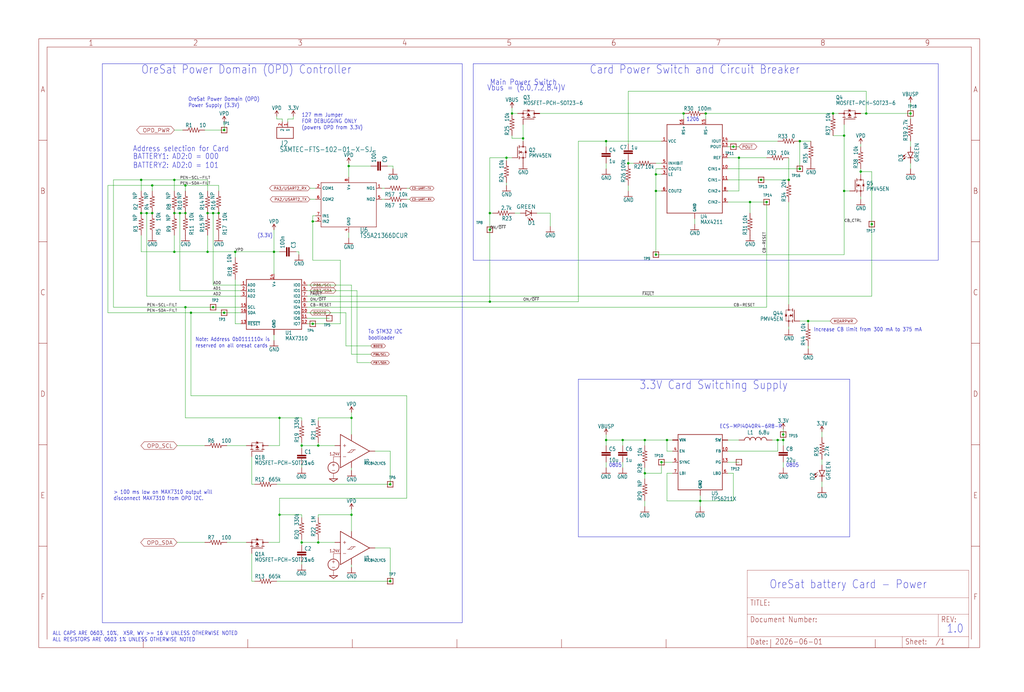
<source format=kicad_sch>
(kicad_sch (version 20230121) (generator eeschema)
  (paper "User" 469.9 317.627)
  (junction (at 102.87 143.51))
  (junction (at 138.43 204.47))
  (junction (at 394.97 78.74))
  (junction (at 143.51 148.59))
  (junction (at 80.01 82.55))
  (junction (at 125.73 115.57))
  (junction (at 67.31 97.79))
  (junction (at 370.84 147.32))
  (junction (at 344.17 92.71))
  (junction (at 306.07 201.93))
  (junction (at 303.53 212.09))
  (junction (at 356.87 201.93))
  (junction (at 336.55 67.31))
  (junction (at 278.13 201.93))
  (junction (at 400.05 102.87))
  (junction (at 80.01 97.79))
  (junction (at 300.99 80.01))
  (junction (at 234.95 52.07))
  (junction (at 80.01 115.57))
  (junction (at 300.99 116.84))
  (junction (at 85.09 97.79))
  (junction (at 313.69 52.07))
  (junction (at 339.09 72.39))
  (junction (at 382.27 52.07))
  (junction (at 128.27 191.77))
  (junction (at 323.85 52.07))
  (junction (at 97.79 140.97))
  (junction (at 417.83 52.07))
  (junction (at 161.29 191.77))
  (junction (at 179.07 266.7))
  (junction (at 160.02 76.2))
  (junction (at 359.41 199.39))
  (junction (at 161.29 236.22))
  (junction (at 146.05 248.92))
  (junction (at 232.41 72.39))
  (junction (at 288.29 74.93))
  (junction (at 138.43 248.92))
  (junction (at 95.25 115.57))
  (junction (at 224.79 97.79))
  (junction (at 107.95 115.57))
  (junction (at 387.35 87.63))
  (junction (at 64.77 97.79))
  (junction (at 359.41 201.93))
  (junction (at 85.09 140.97))
  (junction (at 95.25 97.79))
  (junction (at 224.79 138.43))
  (junction (at 295.91 217.17))
  (junction (at 240.03 63.5))
  (junction (at 69.85 97.79))
  (junction (at 387.35 62.23))
  (junction (at 295.91 201.93))
  (junction (at 397.51 52.07))
  (junction (at 69.85 85.09))
  (junction (at 351.79 92.71))
  (junction (at 143.51 101.6))
  (junction (at 361.95 82.55))
  (junction (at 349.25 82.55))
  (junction (at 179.07 222.25))
  (junction (at 367.03 77.47))
  (junction (at 224.79 105.41))
  (junction (at 367.03 64.77))
  (junction (at 87.63 143.51))
  (junction (at 102.87 59.69))
  (junction (at 82.55 97.79))
  (junction (at 85.09 85.09))
  (junction (at 146.05 204.47))
  (junction (at 128.27 236.22))
  (junction (at 64.77 82.55))
  (junction (at 97.79 97.79))
  (junction (at 100.33 97.79))
  (junction (at 285.75 201.93))
  (junction (at 300.99 87.63))
  (junction (at 321.31 229.87))
  (junction (at 278.13 64.77))
  (wire (pts (xy 138.43 248.92) (xy 138.43 250.19)) (stroke (width 0.1524)))
  (wire (pts (xy 278.13 212.09) (xy 278.13 214.63)) (stroke (width 0.1524)))
  (wire (pts (xy 102.87 143.51) (xy 87.63 143.51)) (stroke (width 0.1524)))
  (wire (pts (xy 295.91 232.41) (xy 295.91 229.87)) (stroke (width 0.1524)))
  (wire (pts (xy 300.99 87.63) (xy 303.53 87.63)) (stroke (width 0.1524)))
  (wire (pts (xy 306.07 217.17) (xy 308.61 217.17)) (stroke (width 0.1524)))
  (wire (pts (xy 143.51 148.59) (xy 156.21 148.59)) (stroke (width 0.1524)))
  (wire (pts (xy 177.8 76.2) (xy 180.34 76.2)) (stroke (width 0.1524)))
  (wire (pts (xy 97.79 140.97) (xy 110.49 140.97)) (stroke (width 0.1524)))
  (wire (pts (xy 300.99 80.01) (xy 300.99 87.63)) (stroke (width 0.1524)))
  (wire (pts (xy 334.01 77.47) (xy 367.03 77.47)) (stroke (width 0.1524)))
  (wire (pts (xy 115.57 222.25) (xy 115.57 209.55)) (stroke (width 0.1524)))
  (wire (pts (xy 361.95 139.7) (xy 361.95 92.71)) (stroke (width 0.1524)))
  (wire (pts (xy 146.05 237.49) (xy 146.05 236.22)) (stroke (width 0.1524)))
  (wire (pts (xy 87.63 143.51) (xy 49.53 143.51)) (stroke (width 0.1524)))
  (wire (pts (xy 160.02 76.2) (xy 170.18 76.2)) (stroke (width 0.1524)))
  (wire (pts (xy 351.79 92.71) (xy 344.17 92.71)) (stroke (width 0.1524)))
  (wire (pts (xy 387.35 62.23) (xy 387.35 57.15)) (stroke (width 0.1524)))
  (wire (pts (xy 334.01 212.09) (xy 339.09 212.09)) (stroke (width 0.1524)))
  (wire (pts (xy 321.31 232.41) (xy 321.31 229.87)) (stroke (width 0.1524)))
  (wire (pts (xy 370.84 147.32) (xy 381 147.32)) (stroke (width 0.1524)))
  (wire (pts (xy 161.29 236.22) (xy 161.29 233.68)) (stroke (width 0.1524)))
  (wire (pts (xy 140.97 133.35) (xy 163.83 133.35)) (stroke (width 0.1524)))
  (wire (pts (xy 394.97 66.04) (xy 394.97 67.31)) (stroke (width 0.1524)))
  (wire (pts (xy 143.51 101.6) (xy 143.51 119.38)) (stroke (width 0.1524)))
  (wire (pts (xy 226.06 97.79) (xy 224.79 97.79)) (stroke (width 0.1524)))
  (wire (pts (xy 80.01 115.57) (xy 80.01 107.95)) (stroke (width 0.1524)))
  (wire (pts (xy 306.07 207.01) (xy 306.07 201.93)) (stroke (width 0.1524)))
  (wire (pts (xy 318.77 102.87) (xy 318.77 100.33)) (stroke (width 0.1524)))
  (wire (pts (xy 313.69 52.07) (xy 313.69 54.61)) (stroke (width 0.1524)))
  (wire (pts (xy 100.33 97.79) (xy 97.79 97.79)) (stroke (width 0.1524)))
  (wire (pts (xy 334.01 217.17) (xy 336.55 217.17)) (stroke (width 0.1524)))
  (wire (pts (xy 107.95 115.57) (xy 125.73 115.57)) (stroke (width 0.1524)))
  (wire (pts (xy 127 222.25) (xy 179.07 222.25)) (stroke (width 0.1524)))
  (wire (pts (xy 394.97 90.17) (xy 394.97 91.44)) (stroke (width 0.1524)))
  (wire (pts (xy 69.85 85.09) (xy 85.09 85.09)) (stroke (width 0.1524)))
  (polyline (pts (xy 217.17 29.21) (xy 430.53 29.21)) (stroke (width 0.1524) (type solid)))
  (wire (pts (xy 186.69 181.61) (xy 87.63 181.61)) (stroke (width 0.1524)))
  (wire (pts (xy 161.29 236.22) (xy 161.29 243.84)) (stroke (width 0.1524)))
  (wire (pts (xy 344.17 97.79) (xy 344.17 92.71)) (stroke (width 0.1524)))
  (wire (pts (xy 349.25 82.55) (xy 334.01 82.55)) (stroke (width 0.1524)))
  (wire (pts (xy 377.19 210.82) (xy 377.19 213.36)) (stroke (width 0.1524)))
  (wire (pts (xy 127 54.61) (xy 129.54 54.61)) (stroke (width 0.1524)))
  (wire (pts (xy 288.29 73.66) (xy 288.29 74.93)) (stroke (width 0.1524)))
  (wire (pts (xy 232.41 72.39) (xy 234.95 72.39)) (stroke (width 0.1524)))
  (wire (pts (xy 158.75 143.51) (xy 158.75 158.75)) (stroke (width 0.1524)))
  (wire (pts (xy 128.27 236.22) (xy 128.27 228.6)) (stroke (width 0.1524)))
  (wire (pts (xy 334.01 67.31) (xy 336.55 67.31)) (stroke (width 0.1524)))
  (wire (pts (xy 344.17 92.71) (xy 334.01 92.71)) (stroke (width 0.1524)))
  (wire (pts (xy 232.41 73.66) (xy 232.41 72.39)) (stroke (width 0.1524)))
  (polyline (pts (xy 212.09 285.75) (xy 46.99 285.75)) (stroke (width 0.1524) (type solid)))
  (wire (pts (xy 186.69 91.44) (xy 187.96 91.44)) (stroke (width 0.1524)))
  (wire (pts (xy 161.29 191.77) (xy 146.05 191.77)) (stroke (width 0.1524)))
  (wire (pts (xy 110.49 148.59) (xy 107.95 148.59)) (stroke (width 0.1524)))
  (wire (pts (xy 247.65 52.07) (xy 313.69 52.07)) (stroke (width 0.1524)))
  (polyline (pts (xy 389.89 173.99) (xy 389.89 246.38)) (stroke (width 0.1524) (type solid)))
  (wire (pts (xy 110.49 135.89) (xy 67.31 135.89)) (stroke (width 0.1524)))
  (wire (pts (xy 52.07 82.55) (xy 64.77 82.55)) (stroke (width 0.1524)))
  (wire (pts (xy 417.83 46.99) (xy 417.83 52.07)) (stroke (width 0.1524)))
  (wire (pts (xy 349.25 82.55) (xy 361.95 82.55)) (stroke (width 0.1524)))
  (wire (pts (xy 83.82 59.69) (xy 80.01 59.69)) (stroke (width 0.1524)))
  (wire (pts (xy 95.25 115.57) (xy 95.25 107.95)) (stroke (width 0.1524)))
  (wire (pts (xy 143.51 148.59) (xy 140.97 148.59)) (stroke (width 0.1524)))
  (wire (pts (xy 387.35 62.23) (xy 387.35 87.63)) (stroke (width 0.1524)))
  (wire (pts (xy 100.33 85.09) (xy 100.33 87.63)) (stroke (width 0.1524)))
  (wire (pts (xy 303.53 217.17) (xy 295.91 217.17)) (stroke (width 0.1524)))
  (wire (pts (xy 95.25 87.63) (xy 95.25 82.55)) (stroke (width 0.1524)))
  (wire (pts (xy 394.97 52.07) (xy 397.51 52.07)) (stroke (width 0.1524)))
  (wire (pts (xy 278.13 201.93) (xy 278.13 199.39)) (stroke (width 0.1524)))
  (wire (pts (xy 156.21 119.38) (xy 143.51 119.38)) (stroke (width 0.1524)))
  (wire (pts (xy 359.41 214.63) (xy 359.41 212.09)) (stroke (width 0.1524)))
  (wire (pts (xy 179.07 207.01) (xy 179.07 222.25)) (stroke (width 0.1524)))
  (wire (pts (xy 138.43 248.92) (xy 146.05 248.92)) (stroke (width 0.1524)))
  (wire (pts (xy 64.77 115.57) (xy 80.01 115.57)) (stroke (width 0.1524)))
  (wire (pts (xy 107.95 128.27) (xy 107.95 148.59)) (stroke (width 0.1524)))
  (wire (pts (xy 351.79 140.97) (xy 351.79 92.71)) (stroke (width 0.1524)))
  (wire (pts (xy 128.27 228.6) (xy 186.69 228.6)) (stroke (width 0.1524)))
  (wire (pts (xy 389.89 87.63) (xy 387.35 87.63)) (stroke (width 0.1524)))
  (wire (pts (xy 394.97 78.74) (xy 400.05 78.74)) (stroke (width 0.1524)))
  (wire (pts (xy 336.55 229.87) (xy 321.31 229.87)) (stroke (width 0.1524)))
  (wire (pts (xy 300.99 80.01) (xy 303.53 80.01)) (stroke (width 0.1524)))
  (wire (pts (xy 85.09 87.63) (xy 85.09 85.09)) (stroke (width 0.1524)))
  (wire (pts (xy 93.98 204.47) (xy 81.28 204.47)) (stroke (width 0.1524)))
  (wire (pts (xy 161.29 260.35) (xy 161.29 259.08)) (stroke (width 0.1524)))
  (wire (pts (xy 323.85 54.61) (xy 323.85 52.07)) (stroke (width 0.1524)))
  (wire (pts (xy 85.09 97.79) (xy 82.55 97.79)) (stroke (width 0.1524)))
  (wire (pts (xy 160.02 74.93) (xy 160.02 76.2)) (stroke (width 0.1524)))
  (wire (pts (xy 397.51 52.07) (xy 417.83 52.07)) (stroke (width 0.1524)))
  (wire (pts (xy 128.27 191.77) (xy 128.27 204.47)) (stroke (width 0.1524)))
  (wire (pts (xy 64.77 87.63) (xy 64.77 82.55)) (stroke (width 0.1524)))
  (wire (pts (xy 161.29 215.9) (xy 161.29 214.63)) (stroke (width 0.1524)))
  (wire (pts (xy 288.29 74.93) (xy 290.83 74.93)) (stroke (width 0.1524)))
  (wire (pts (xy 377.19 220.98) (xy 377.19 223.52)) (stroke (width 0.1524)))
  (wire (pts (xy 232.41 83.82) (xy 232.41 85.09)) (stroke (width 0.1524)))
  (wire (pts (xy 125.73 115.57) (xy 125.73 105.41)) (stroke (width 0.1524)))
  (wire (pts (xy 306.07 207.01) (xy 308.61 207.01)) (stroke (width 0.1524)))
  (polyline (pts (xy 430.53 29.21) (xy 430.53 119.38)) (stroke (width 0.1524) (type solid)))
  (wire (pts (xy 180.34 76.2) (xy 180.34 77.47)) (stroke (width 0.1524)))
  (wire (pts (xy 387.35 87.63) (xy 387.35 116.84)) (stroke (width 0.1524)))
  (wire (pts (xy 278.13 201.93) (xy 285.75 201.93)) (stroke (width 0.1524)))
  (polyline (pts (xy 265.43 173.99) (xy 389.89 173.99)) (stroke (width 0.1524) (type solid)))
  (wire (pts (xy 234.95 63.5) (xy 240.03 63.5)) (stroke (width 0.1524)))
  (wire (pts (xy 128.27 191.77) (xy 85.09 191.77)) (stroke (width 0.1524)))
  (wire (pts (xy 125.73 125.73) (xy 125.73 115.57)) (stroke (width 0.1524)))
  (wire (pts (xy 161.29 130.81) (xy 161.29 162.56)) (stroke (width 0.1524)))
  (wire (pts (xy 172.085 251.46) (xy 179.07 251.46)) (stroke (width 0.1524)))
  (polyline (pts (xy 389.89 246.38) (xy 265.43 246.38)) (stroke (width 0.1524) (type solid)))
  (wire (pts (xy 161.29 162.56) (xy 170.18 162.56)) (stroke (width 0.1524)))
  (wire (pts (xy 144.78 101.6) (xy 143.51 101.6)) (stroke (width 0.1524)))
  (wire (pts (xy 163.83 166.37) (xy 170.18 166.37)) (stroke (width 0.1524)))
  (wire (pts (xy 64.77 115.57) (xy 64.77 107.95)) (stroke (width 0.1524)))
  (wire (pts (xy 160.02 76.2) (xy 160.02 81.28)) (stroke (width 0.1524)))
  (wire (pts (xy 278.13 204.47) (xy 278.13 201.93)) (stroke (width 0.1524)))
  (wire (pts (xy 288.29 41.91) (xy 397.51 41.91)) (stroke (width 0.1524)))
  (wire (pts (xy 370.84 148.59) (xy 370.84 147.32)) (stroke (width 0.1524)))
  (wire (pts (xy 334.01 207.01) (xy 356.87 207.01)) (stroke (width 0.1524)))
  (wire (pts (xy 80.01 82.55) (xy 95.25 82.55)) (stroke (width 0.1524)))
  (wire (pts (xy 138.43 191.77) (xy 128.27 191.77)) (stroke (width 0.1524)))
  (polyline (pts (xy 217.17 119.38) (xy 217.17 29.21)) (stroke (width 0.1524) (type solid)))
  (wire (pts (xy 334.01 64.77) (xy 356.87 64.77)) (stroke (width 0.1524)))
  (wire (pts (xy 339.09 72.39) (xy 351.79 72.39)) (stroke (width 0.1524)))
  (wire (pts (xy 339.09 87.63) (xy 339.09 72.39)) (stroke (width 0.1524)))
  (wire (pts (xy 361.95 82.55) (xy 361.95 72.39)) (stroke (width 0.1524)))
  (wire (pts (xy 295.91 204.47) (xy 295.91 201.93)) (stroke (width 0.1524)))
  (wire (pts (xy 278.13 67.31) (xy 278.13 64.77)) (stroke (width 0.1524)))
  (wire (pts (xy 234.95 49.53) (xy 234.95 52.07)) (stroke (width 0.1524)))
  (wire (pts (xy 116.84 266.7) (xy 115.57 266.7)) (stroke (width 0.1524)))
  (wire (pts (xy 382.27 52.07) (xy 384.81 52.07)) (stroke (width 0.1524)))
  (wire (pts (xy 295.91 201.93) (xy 285.75 201.93)) (stroke (width 0.1524)))
  (wire (pts (xy 161.29 130.81) (xy 140.97 130.81)) (stroke (width 0.1524)))
  (wire (pts (xy 321.31 229.87) (xy 321.31 227.33)) (stroke (width 0.1524)))
  (wire (pts (xy 146.05 203.2) (xy 146.05 204.47)) (stroke (width 0.1524)))
  (wire (pts (xy 303.53 212.09) (xy 308.61 212.09)) (stroke (width 0.1524)))
  (wire (pts (xy 303.53 77.47) (xy 300.99 77.47)) (stroke (width 0.1524)))
  (wire (pts (xy 175.26 91.44) (xy 176.53 91.44)) (stroke (width 0.1524)))
  (wire (pts (xy 82.55 97.79) (xy 80.01 97.79)) (stroke (width 0.1524)))
  (wire (pts (xy 359.41 201.93) (xy 359.41 199.39)) (stroke (width 0.1524)))
  (wire (pts (xy 285.75 204.47) (xy 285.75 201.93)) (stroke (width 0.1524)))
  (wire (pts (xy 356.87 201.93) (xy 359.41 201.93)) (stroke (width 0.1524)))
  (wire (pts (xy 144.78 86.36) (xy 142.24 86.36)) (stroke (width 0.1524)))
  (wire (pts (xy 224.79 138.43) (xy 265.43 138.43)) (stroke (width 0.1524)))
  (wire (pts (xy 138.43 248.92) (xy 138.43 247.65)) (stroke (width 0.1524)))
  (wire (pts (xy 85.09 85.09) (xy 100.33 85.09)) (stroke (width 0.1524)))
  (wire (pts (xy 69.85 87.63) (xy 69.85 85.09)) (stroke (width 0.1524)))
  (wire (pts (xy 367.03 64.77) (xy 372.11 64.77)) (stroke (width 0.1524)))
  (wire (pts (xy 172.085 207.01) (xy 179.07 207.01)) (stroke (width 0.1524)))
  (wire (pts (xy 265.43 138.43) (xy 265.43 64.77)) (stroke (width 0.1524)))
  (polyline (pts (xy 212.09 29.21) (xy 212.09 285.75)) (stroke (width 0.1524) (type solid)))
  (wire (pts (xy 140.97 138.43) (xy 224.79 138.43)) (stroke (width 0.1524)))
  (wire (pts (xy 300.99 116.84) (xy 300.99 87.63)) (stroke (width 0.1524)))
  (wire (pts (xy 128.27 248.92) (xy 123.19 248.92)) (stroke (width 0.1524)))
  (wire (pts (xy 67.31 97.79) (xy 64.77 97.79)) (stroke (width 0.1524)))
  (wire (pts (xy 367.03 77.47) (xy 367.03 64.77)) (stroke (width 0.1524)))
  (wire (pts (xy 186.69 86.36) (xy 187.96 86.36)) (stroke (width 0.1524)))
  (wire (pts (xy 417.83 64.77) (xy 417.83 67.31)) (stroke (width 0.1524)))
  (wire (pts (xy 252.476 97.79) (xy 252.476 103.886)) (stroke (width 0.1524)))
  (wire (pts (xy 128.27 236.22) (xy 128.27 248.92)) (stroke (width 0.1524)))
  (polyline (pts (xy 46.99 285.75) (xy 46.99 29.21)) (stroke (width 0.1524) (type solid)))
  (wire (pts (xy 417.83 52.07) (xy 417.83 54.61)) (stroke (width 0.1524)))
  (wire (pts (xy 186.69 228.6) (xy 186.69 181.61)) (stroke (width 0.1524)))
  (wire (pts (xy 306.07 229.87) (xy 321.31 229.87)) (stroke (width 0.1524)))
  (wire (pts (xy 179.07 251.46) (xy 179.07 266.7)) (stroke (width 0.1524)))
  (wire (pts (xy 303.53 212.09) (xy 303.53 217.17)) (stroke (width 0.1524)))
  (wire (pts (xy 116.84 222.25) (xy 115.57 222.25)) (stroke (width 0.1524)))
  (wire (pts (xy 115.57 254) (xy 115.57 266.7)) (stroke (width 0.1524)))
  (wire (pts (xy 232.41 72.39) (xy 224.79 72.39)) (stroke (width 0.1524)))
  (wire (pts (xy 278.13 77.47) (xy 278.13 74.93)) (stroke (width 0.1524)))
  (wire (pts (xy 306.07 217.17) (xy 306.07 229.87)) (stroke (width 0.1524)))
  (wire (pts (xy 113.03 248.92) (xy 104.14 248.92)) (stroke (width 0.1524)))
  (wire (pts (xy 308.61 201.93) (xy 306.07 201.93)) (stroke (width 0.1524)))
  (wire (pts (xy 288.29 87.63) (xy 288.29 85.09)) (stroke (width 0.1524)))
  (wire (pts (xy 370.84 160.02) (xy 370.84 158.75)) (stroke (width 0.1524)))
  (wire (pts (xy 161.29 236.22) (xy 146.05 236.22)) (stroke (width 0.1524)))
  (wire (pts (xy 417.83 74.93) (xy 417.83 77.47)) (stroke (width 0.1524)))
  (wire (pts (xy 356.87 201.93) (xy 354.33 201.93)) (stroke (width 0.1524)))
  (polyline (pts (xy 430.53 119.38) (xy 217.17 119.38)) (stroke (width 0.1524) (type solid)))
  (wire (pts (xy 138.43 204.47) (xy 138.43 203.2)) (stroke (width 0.1524)))
  (wire (pts (xy 82.55 133.35) (xy 82.55 97.79)) (stroke (width 0.1524)))
  (wire (pts (xy 128.27 204.47) (xy 123.19 204.47)) (stroke (width 0.1524)))
  (wire (pts (xy 110.49 133.35) (xy 82.55 133.35)) (stroke (width 0.1524)))
  (wire (pts (xy 138.43 214.63) (xy 138.43 213.36)) (stroke (width 0.1524)))
  (wire (pts (xy 265.43 64.77) (xy 278.13 64.77)) (stroke (width 0.1524)))
  (wire (pts (xy 127 53.34) (xy 127 54.61)) (stroke (width 0.1524)))
  (wire (pts (xy 97.79 130.81) (xy 97.79 97.79)) (stroke (width 0.1524)))
  (wire (pts (xy 163.83 133.35) (xy 163.83 166.37)) (stroke (width 0.1524)))
  (wire (pts (xy 400.05 78.74) (xy 400.05 102.87)) (stroke (width 0.1524)))
  (wire (pts (xy 382.27 62.23) (xy 387.35 62.23)) (stroke (width 0.1524)))
  (wire (pts (xy 224.79 72.39) (xy 224.79 97.79)) (stroke (width 0.1524)))
  (wire (pts (xy 240.03 63.5) (xy 240.03 57.15)) (stroke (width 0.1524)))
  (wire (pts (xy 107.95 118.11) (xy 107.95 115.57)) (stroke (width 0.1524)))
  (wire (pts (xy 125.73 115.57) (xy 128.27 115.57)) (stroke (width 0.1524)))
  (wire (pts (xy 224.79 97.79) (xy 224.79 105.41)) (stroke (width 0.1524)))
  (wire (pts (xy 160.02 109.22) (xy 160.02 106.68)) (stroke (width 0.1524)))
  (wire (pts (xy 102.87 59.69) (xy 102.87 55.88)) (stroke (width 0.1524)))
  (wire (pts (xy 240.03 64.77) (xy 240.03 63.5)) (stroke (width 0.1524)))
  (wire (pts (xy 138.43 193.04) (xy 138.43 191.77)) (stroke (width 0.1524)))
  (wire (pts (xy 69.85 97.79) (xy 67.31 97.79)) (stroke (width 0.1524)))
  (wire (pts (xy 52.07 140.97) (xy 52.07 82.55)) (stroke (width 0.1524)))
  (wire (pts (xy 288.29 66.04) (xy 288.29 41.91)) (stroke (width 0.1524)))
  (wire (pts (xy 361.95 151.13) (xy 361.95 149.86)) (stroke (width 0.1524)))
  (polyline (pts (xy 46.99 29.21) (xy 212.09 29.21)) (stroke (width 0.1524) (type solid)))
  (wire (pts (xy 110.49 143.51) (xy 102.87 143.51)) (stroke (width 0.1524)))
  (wire (pts (xy 394.97 77.47) (xy 394.97 78.74)) (stroke (width 0.1524)))
  (wire (pts (xy 93.98 248.92) (xy 81.28 248.92)) (stroke (width 0.1524)))
  (wire (pts (xy 134.62 54.61) (xy 132.08 54.61)) (stroke (width 0.1524)))
  (wire (pts (xy 93.98 59.69) (xy 102.87 59.69)) (stroke (width 0.1524)))
  (wire (pts (xy 80.01 115.57) (xy 95.25 115.57)) (stroke (width 0.1524)))
  (wire (pts (xy 334.01 72.39) (xy 339.09 72.39)) (stroke (width 0.1524)))
  (wire (pts (xy 97.79 97.79) (xy 95.25 97.79)) (stroke (width 0.1524)))
  (wire (pts (xy 113.03 204.47) (xy 104.14 204.47)) (stroke (width 0.1524)))
  (wire (pts (xy 140.97 146.05) (xy 151.13 146.05)) (stroke (width 0.1524)))
  (wire (pts (xy 134.62 53.34) (xy 134.62 54.61)) (stroke (width 0.1524)))
  (wire (pts (xy 397.51 41.91) (xy 397.51 52.07)) (stroke (width 0.1524)))
  (wire (pts (xy 356.87 207.01) (xy 356.87 201.93)) (stroke (width 0.1524)))
  (wire (pts (xy 125.73 156.21) (xy 125.73 153.67)) (stroke (width 0.1524)))
  (wire (pts (xy 285.75 214.63) (xy 285.75 212.09)) (stroke (width 0.1524)))
  (wire (pts (xy 146.05 248.92) (xy 153.67 248.92)) (stroke (width 0.1524)))
  (wire (pts (xy 306.07 201.93) (xy 295.91 201.93)) (stroke (width 0.1524)))
  (wire (pts (xy 400.05 135.89) (xy 140.97 135.89)) (stroke (width 0.1524)))
  (wire (pts (xy 295.91 217.17) (xy 295.91 214.63)) (stroke (width 0.1524)))
  (wire (pts (xy 334.01 201.93) (xy 339.09 201.93)) (stroke (width 0.1524)))
  (wire (pts (xy 146.05 193.04) (xy 146.05 191.77)) (stroke (width 0.1524)))
  (polyline (pts (xy 265.43 246.38) (xy 265.43 173.99)) (stroke (width 0.1524) (type solid)))
  (wire (pts (xy 49.53 143.51) (xy 49.53 85.09)) (stroke (width 0.1524)))
  (wire (pts (xy 138.43 237.49) (xy 138.43 236.22)) (stroke (width 0.1524)))
  (wire (pts (xy 49.53 85.09) (xy 69.85 85.09)) (stroke (width 0.1524)))
  (wire (pts (xy 158.75 158.75) (xy 170.18 158.75)) (stroke (width 0.1524)))
  (wire (pts (xy 67.31 135.89) (xy 67.31 97.79)) (stroke (width 0.1524)))
  (wire (pts (xy 138.43 259.08) (xy 138.43 257.81)) (stroke (width 0.1524)))
  (wire (pts (xy 138.43 236.22) (xy 128.27 236.22)) (stroke (width 0.1524)))
  (wire (pts (xy 359.41 204.47) (xy 359.41 201.93)) (stroke (width 0.1524)))
  (wire (pts (xy 334.01 87.63) (xy 339.09 87.63)) (stroke (width 0.1524)))
  (wire (pts (xy 224.79 105.41) (xy 224.79 138.43)) (stroke (width 0.1524)))
  (wire (pts (xy 161.29 199.39) (xy 161.29 191.77)) (stroke (width 0.1524)))
  (wire (pts (xy 137.16 115.57) (xy 137.16 116.84)) (stroke (width 0.1524)))
  (wire (pts (xy 144.78 91.44) (xy 142.24 91.44)) (stroke (width 0.1524)))
  (wire (pts (xy 234.95 52.07) (xy 237.49 52.07)) (stroke (width 0.1524)))
  (wire (pts (xy 359.41 196.85) (xy 359.41 199.39)) (stroke (width 0.1524)))
  (wire (pts (xy 370.84 147.32) (xy 367.03 147.32)) (stroke (width 0.1524)))
  (wire (pts (xy 143.51 101.6) (xy 143.51 99.06)) (stroke (width 0.1524)))
  (wire (pts (xy 394.97 78.74) (xy 394.97 80.01)) (stroke (width 0.1524)))
  (wire (pts (xy 87.63 181.61) (xy 87.63 143.51)) (stroke (width 0.1524)))
  (wire (pts (xy 80.01 87.63) (xy 80.01 82.55)) (stroke (width 0.1524)))
  (wire (pts (xy 146.05 204.47) (xy 153.67 204.47)) (stroke (width 0.1524)))
  (wire (pts (xy 336.55 67.31) (xy 339.09 67.31)) (stroke (width 0.1524)))
  (wire (pts (xy 323.85 52.07) (xy 382.27 52.07)) (stroke (width 0.1524)))
  (wire (pts (xy 161.29 191.77) (xy 161.29 189.23)) (stroke (width 0.1524)))
  (wire (pts (xy 140.97 143.51) (xy 158.75 143.51)) (stroke (width 0.1524)))
  (wire (pts (xy 143.51 99.06) (xy 144.78 99.06)) (stroke (width 0.1524)))
  (wire (pts (xy 52.07 140.97) (xy 85.09 140.97)) (stroke (width 0.1524)))
  (wire (pts (xy 387.35 116.84) (xy 300.99 116.84)) (stroke (width 0.1524)))
  (wire (pts (xy 234.95 62.23) (xy 234.95 63.5)) (stroke (width 0.1524)))
  (wire (pts (xy 175.26 86.36) (xy 176.53 86.36)) (stroke (width 0.1524)))
  (wire (pts (xy 95.25 115.57) (xy 107.95 115.57)) (stroke (width 0.1524)))
  (wire (pts (xy 303.53 74.93) (xy 300.99 74.93)) (stroke (width 0.1524)))
  (wire (pts (xy 85.09 191.77) (xy 85.09 140.97)) (stroke (width 0.1524)))
  (wire (pts (xy 132.08 54.61) (xy 132.08 55.88)) (stroke (width 0.1524)))
  (wire (pts (xy 146.05 247.65) (xy 146.05 248.92)) (stroke (width 0.1524)))
  (wire (pts (xy 295.91 219.71) (xy 295.91 217.17)) (stroke (width 0.1524)))
  (wire (pts (xy 246.38 97.79) (xy 252.476 97.79)) (stroke (width 0.1524)))
  (wire (pts (xy 156.21 148.59) (xy 156.21 119.38)) (stroke (width 0.1524)))
  (wire (pts (xy 300.99 77.47) (xy 300.99 80.01)) (stroke (width 0.1524)))
  (wire (pts (xy 236.22 97.79) (xy 238.76 97.79)) (stroke (width 0.1524)))
  (wire (pts (xy 400.05 102.87) (xy 400.05 135.89)) (stroke (width 0.1524)))
  (wire (pts (xy 138.43 204.47) (xy 146.05 204.47)) (stroke (width 0.1524)))
  (wire (pts (xy 140.97 140.97) (xy 351.79 140.97)) (stroke (width 0.1524)))
  (wire (pts (xy 179.07 266.7) (xy 127 266.7)) (stroke (width 0.1524)))
  (wire (pts (xy 377.19 198.12) (xy 377.19 200.66)) (stroke (width 0.1524)))
  (wire (pts (xy 64.77 82.55) (xy 80.01 82.55)) (stroke (width 0.1524)))
  (wire (pts (xy 129.54 54.61) (xy 129.54 55.88)) (stroke (width 0.1524)))
  (wire (pts (xy 135.89 115.57) (xy 137.16 115.57)) (stroke (width 0.1524)))
  (wire (pts (xy 110.49 130.81) (xy 97.79 130.81)) (stroke (width 0.1524)))
  (wire (pts (xy 278.13 64.77) (xy 303.53 64.77)) (stroke (width 0.1524)))
  (wire (pts (xy 138.43 205.74) (xy 138.43 204.47)) (stroke (width 0.1524)))
  (wire (pts (xy 85.09 140.97) (xy 97.79 140.97)) (stroke (width 0.1524)))
  (wire (pts (xy 336.55 217.17) (xy 336.55 229.87)) (stroke (width 0.1524)))
  (text "(3.3V)" (at 118.11 109.22 0) (effects (font (size 1.778 1.5113)) (justify left bottom)))
  (text "OreSat battery Card - Power" (at 353.06 270.51 0) (effects (font (size 3.81 3.2385)) (justify left bottom)))
  (text "To STM32 I2C\nbootloader" (at 168.91 156.21 0) (effects (font (size 1.778 1.5113)) (justify left bottom)))
  (text "0805" (at 279.4 214.63 0) (effects (font (size 1.778 1.5113)) (justify left bottom)))
  (text "BATTERY1: AD2:0 = 000\nBATTERY2: AD2:0 = 101" (at 60.96 77.47 0) (effects (font (size 2.54 2.159)) (justify left bottom)))
  (text "127 mm Jumper\nFOR DEBUGGING ONLY\n(powers OPD from 3.3V)" (at 138.43 59.69 0) (effects (font (size 1.778 1.5113)) (justify left bottom)))
  (text "Address selection for Card" (at 60.96 69.85 0) (effects (font (size 2.54 2.159)) (justify left bottom)))
  (text "ECS-MPI4040R4-6R8-R" (at 330.2 196.85 0) (effects (font (size 1.778 1.5113)) (justify left bottom)))
  (text "Increase CB limit from 300 mA to 375 mA" (at 373.38 152.4 0) (effects (font (size 1.778 1.5113)) (justify left bottom)))
  (text "1.0" (at 434.34 290.83 0) (effects (font (size 3.81 3.2385)) (justify left bottom)))
  (text "0805" (at 360.68 214.63 0) (effects (font (size 1.778 1.5113)) (justify left bottom)))
  (text "> 100 ms low on MAX7310 output will\ndisconnect MAX7310 from OPD I2C." (at 52.07 229.87 0) (effects (font (size 1.778 1.5113)) (justify left bottom)))
  (text "3.3V Card Switching Supply" (at 293.37 179.07 0) (effects (font (size 3.81 3.2385)) (justify left bottom)))
  (text "Note: Address 0b0111110x is\nreserved on all oresat cards" (at 89.662 159.766 0) (effects (font (size 1.778 1.5113)) (justify left bottom)))
  (text "Card Power Switch and Circuit Breaker" (at 270.51 34.29 0) (effects (font (size 3.81 3.2385)) (justify left bottom)))
  (text "Vbus = (6.0,7.2,8.4)V" (at 223.52 41.91 0) (effects (font (size 2.54 2.159)) (justify left bottom)))
  (text "ALL CAPS ARE 0603, 10%,  X5R, WV >= 16 V UNLESS OTHERWISE NOTED\nALL RESISTORS ARE 0603 1% UNLESS OTHERWISE NOTED" (at 24.13 294.64 0) (effects (font (size 1.778 1.5113)) (justify left bottom)))
  (text "Main Power Switch" (at 224.79 39.37 0) (effects (font (size 2.54 2.159)) (justify left bottom)))
  (text "OreSat Power Domain (OPD) Controller" (at 64.77 34.29 0) (effects (font (size 3.81 3.2385)) (justify left bottom)))
  (text "OreSat Power Domain (OPD)\nPower Supply (3.3V)" (at 86.36 49.53 0) (effects (font (size 1.778 1.5113)) (justify left bottom)))
  (text "1206" (at 314.96 55.88 0) (effects (font (size 1.778 1.5113)) (justify left bottom)))
  (label "PEN-SCL-FILT" (at 67.31 140.97 0) (effects (font (size 1.2446 1.2446))))
  (label "CB-RESET" (at 336.55 140.97 0) (effects (font (size 1.2446 1.2446))))
  (label "AD2" (at 97.79 135.89 0) (effects (font (size 1.2446 1.2446))))
  (label "VPD" (at 107.95 115.57 0) (effects (font (size 1.2446 1.2446))))
  (label "AD0" (at 97.79 130.81 0) (effects (font (size 1.2446 1.2446))))
  (label "ON/~{OFF}" (at 240.03 138.43 0) (effects (font (size 1.2446 1.2446))))
  (label "AD1" (at 97.79 133.35 0) (effects (font (size 1.2446 1.2446))))
  (label "PEN-SDA-FILT" (at 67.31 143.51 0) (effects (font (size 1.2446 1.2446))))
  (label "~{FAULT}" (at 294.64 135.89 0) (effects (font (size 1.2446 1.2446))))
  (label "PEN-SDA-FILT" (at 82.55 85.09 0) (effects (font (size 1.2446 1.2446))))
  (label "ON/~{OFF}" (at 224.79 105.41 0) (effects (font (size 1.2446 1.2446))))
  (label "CB_CTRL" (at 387.35 102.235 0) (effects (font (size 1.2446 1.2446))))
  (label "CB-RESET" (at 351.79 116.205 90) (effects (font (size 1.2446 1.2446))))
  (label "PEN-SCL-FILT" (at 82.55 82.55 0) (effects (font (size 1.2446 1.2446))))
  (label "ON/~{OFF}" (at 142.24 138.43 0) (effects (font (size 1.2446 1.2446))))
  (label "CB-RESET" (at 142.24 140.97 0) (effects (font (size 1.2446 1.2446))))
  (label "~{FAULT}" (at 142.24 135.89 0) (effects (font (size 1.2446 1.2446))))
  (global_label "C3-UART-RX" (shape bidirectional) (at 187.96 91.44 0) (effects (font (size 0.889 0.889))) (property "Intersheetrefs" "${INTERSHEET_REFS}" (effects hide)))
  (global_label "C3-UART-TX" (shape bidirectional) (at 187.96 86.36 0) (effects (font (size 0.889 0.889))) (property "Intersheetrefs" "${INTERSHEET_REFS}" (effects hide)))
  (global_label "BOOT0" (shape bidirectional) (at 142.24 143.51 0) (effects (font (size 1.2446 1.2446))) (property "Intersheetrefs" "${INTERSHEET_REFS}" (effects hide)))
  (global_label "MOARPWR" (shape bidirectional) (at 381 147.32 0) (effects (font (size 1.2446 1.2446))) (property "Intersheetrefs" "${INTERSHEET_REFS}" (effects hide)))
  (global_label "PB6/SCL" (shape bidirectional) (at 142.24 130.81 0) (effects (font (size 1.2446 1.2446))) (property "Intersheetrefs" "${INTERSHEET_REFS}" (effects hide)))
  (global_label "BOOT0" (shape bidirectional) (at 170.18 158.75 0) (effects (font (size 0.889 0.889))) (property "Intersheetrefs" "${INTERSHEET_REFS}" (effects hide)))
  (global_label "PB6/SCL" (shape bidirectional) (at 170.18 162.56 0) (effects (font (size 0.889 0.889))) (property "Intersheetrefs" "${INTERSHEET_REFS}" (effects hide)))
  (global_label "PB7/SDA" (shape bidirectional) (at 170.18 166.37 0) (effects (font (size 0.889 0.889))) (property "Intersheetrefs" "${INTERSHEET_REFS}" (effects hide)))
  (global_label "OPD_SCL" (shape bidirectional) (at 81.28 204.47 180) (effects (font (size 1.778 1.778))) (property "Intersheetrefs" "${INTERSHEET_REFS}" (effects hide)))
  (global_label "PA2/USART2_TX" (shape bidirectional) (at 142.24 91.44 180) (effects (font (size 1.2446 1.2446))) (property "Intersheetrefs" "${INTERSHEET_REFS}" (effects hide)))
  (global_label "OPD_SDA" (shape bidirectional) (at 81.28 248.92 180) (effects (font (size 1.778 1.778))) (property "Intersheetrefs" "${INTERSHEET_REFS}" (effects hide)))
  (global_label "PB7/SDA" (shape bidirectional) (at 142.24 133.35 0) (effects (font (size 1.2446 1.2446))) (property "Intersheetrefs" "${INTERSHEET_REFS}" (effects hide)))
  (global_label "POUT" (shape bidirectional) (at 339.09 67.31 0) (effects (font (size 1.2446 1.2446))) (property "Intersheetrefs" "${INTERSHEET_REFS}" (effects hide)))
  (global_label "PA3/USART2_RX" (shape bidirectional) (at 142.24 86.36 180) (effects (font (size 1.2446 1.2446))) (property "Intersheetrefs" "${INTERSHEET_REFS}" (effects hide)))
  (global_label "OPD_PWR" (shape bidirectional) (at 80.01 59.69 180) (effects (font (size 1.778 1.778))) (property "Intersheetrefs" "${INTERSHEET_REFS}" (effects hide)))
  (symbol (lib_id "oresat-batteries-eagle-import:R-US_0603-C-NOSILK") (at 64.77 92.71 270) (unit 1)
    (property "Reference" "R2" (at 63.2714 96.52 0) (effects (font (size 1.778 1.5113)) (justify right top)))
    (property "Value" "NP" (at 62.992 91.44 0) (effects (font (size 1.778 1.5113)) (justify right top)))
    (property "Footprint" "oresat-batteries:.0603-C-NOSILK" (effects hide))
    (property "DIS" "Digi-Key" (effects hide))
    (property "DPN" "311-665KHRCT-ND" (effects hide))
    (property "MFR" "Yageo" (effects hide))
    (property "MPN" "RC0603FR-07665KL" (effects hide))
  )
  (symbol (lib_id "oresat-batteries-eagle-import:supply1_GND") (at 100.33 110.49 0) (mirror y) (unit 1)
    (property "Reference" "#GND06" (effects hide))
    (property "Value" "GND" (at 102.87 113.03 0) (effects (font (size 1.778 1.5113)) (justify left bottom)))
  )
  (symbol (lib_id "oresat-batteries-eagle-import:C-EU0603-C-NOSILK") (at 138.43 208.28 0) (unit 1)
    (property "Reference" "C1" (at 139.7 208.28 0) (effects (font (size 1.778 1.5113)) (justify left bottom)))
    (property "Value" "1u" (at 139.7 213.36 0) (effects (font (size 1.778 1.5113)) (justify left bottom)))
    (property "Footprint" "oresat-batteries:.0603-C-NOSILK" (effects hide))
    (property "DIS" "Digi-Key" (effects hide))
    (property "DPN" "1276-6524-1-ND" (effects hide))
    (property "MFR" "Samsung" (effects hide))
    (property "MPN" "CL10B105MO8NNWC" (effects hide))
  )
  (symbol (lib_id "oresat-batteries-eagle-import:VPD") (at 125.73 105.41 0) (unit 1)
    (property "Reference" "#VPD02" (effects hide))
    (property "Value" "VPD" (at 125.73 102.616 0) (effects (font (size 1.778 1.5113)) (justify bottom)))
  )
  (symbol (lib_id "oresat-batteries-eagle-import:R-US_0603-C-NOSILK") (at 146.05 198.12 90) (unit 1)
    (property "Reference" "R21" (at 144.78 201.93 0) (effects (font (size 1.778 1.5113)) (justify left bottom)))
    (property "Value" "1M" (at 144.78 195.58 0) (effects (font (size 1.778 1.5113)) (justify left bottom)))
    (property "Footprint" "oresat-batteries:.0603-C-NOSILK" (effects hide))
    (property "DIS" "Digi-Key" (effects hide))
    (property "DPN" "311-1.00MHRCT-ND" (effects hide))
    (property "MFR" "Yageo" (effects hide))
    (property "MPN" "RC0603FR-071ML" (effects hide))
  )
  (symbol (lib_id "oresat-batteries-eagle-import:supply1_GND") (at 359.41 217.17 0) (mirror y) (unit 1)
    (property "Reference" "#GND024" (effects hide))
    (property "Value" "GND" (at 361.95 219.71 0) (effects (font (size 1.778 1.5113)) (justify left bottom)))
  )
  (symbol (lib_id "oresat-batteries-eagle-import:TEST-POINT-LARGE-SQUARE") (at 300.99 116.84 0) (mirror y) (unit 1)
    (property "Reference" "TP9" (at 298.45 119.38 0) (effects (font (size 1.27 1.0795)) (justify left bottom)))
    (property "Value" "TEST-POINT-LARGE-SQUARE" (effects hide))
    (property "Footprint" "oresat-batteries:1X01" (effects hide))
  )
  (symbol (lib_id "oresat-batteries-eagle-import:supply1_GND") (at 232.41 87.63 0) (mirror y) (unit 1)
    (property "Reference" "#GND013" (effects hide))
    (property "Value" "GND" (at 234.95 90.17 0) (effects (font (size 1.778 1.5113)) (justify left bottom)))
  )
  (symbol (lib_id "oresat-batteries-eagle-import:R-US_0603-C-NOSILK") (at 361.95 64.77 180) (unit 1)
    (property "Reference" "R33" (at 356.87 63.5 0) (effects (font (size 1.778 1.5113)) (justify right top)))
    (property "Value" "0" (at 363.22 63.5 0) (effects (font (size 1.778 1.5113)) (justify right top)))
    (property "Footprint" "oresat-batteries:.0603-C-NOSILK" (effects hide))
    (property "DIS" "Digi-Key" (effects hide))
    (property "DPN" "311-0.0GRCT-ND" (effects hide))
    (property "MFR" "Yageo" (effects hide))
    (property "MPN" "RC0603JR-070RL" (effects hide))
  )
  (symbol (lib_id "oresat-batteries-eagle-import:TS5A21366DCUR") (at 160.02 93.98 0) (unit 1)
    (property "Reference" "U6" (at 165.1 106.68 0) (effects (font (size 2.0828 1.7703)) (justify left bottom)))
    (property "Value" "TS5A21366DCUR" (at 165.1 109.22 0) (effects (font (size 2.0828 1.7703)) (justify left bottom)))
    (property "Footprint" "oresat-batteries:DCU0008A_N" (effects hide))
  )
  (symbol (lib_id "oresat-batteries-eagle-import:supply1_GND") (at 318.77 105.41 0) (mirror y) (unit 1)
    (property "Reference" "#GND021" (effects hide))
    (property "Value" "GND" (at 321.31 107.95 0) (effects (font (size 1.778 1.5113)) (justify left bottom)))
  )
  (symbol (lib_id "oresat-batteries-eagle-import:R-US_0603-C-NOSILK") (at 231.14 97.79 180) (unit 1)
    (property "Reference" "R23" (at 234.95 99.2886 0) (effects (font (size 1.778 1.5113)) (justify left bottom)))
    (property "Value" "2.7k" (at 234.95 94.488 0) (effects (font (size 1.778 1.5113)) (justify left bottom)))
    (property "Footprint" "oresat-batteries:.0603-C-NOSILK" (effects hide))
    (property "DIS" "Digi-Key" (effects hide))
    (property "DPN" "A129693CT-ND" (effects hide))
    (property "MFR" "TE" (effects hide))
    (property "MPN" "CRGCQ0603F2K7" (effects hide))
  )
  (symbol (lib_id "oresat-batteries-eagle-import:VPD") (at 161.29 233.68 0) (unit 1)
    (property "Reference" "#VPD04" (effects hide))
    (property "Value" "VPD" (at 161.29 230.886 0) (effects (font (size 1.778 1.5113)) (justify bottom)))
  )
  (symbol (lib_id "oresat-batteries-eagle-import:TPS6211X") (at 321.31 209.55 0) (unit 1)
    (property "Reference" "U5" (at 326.39 227.33 0) (effects (font (size 1.778 1.5113)) (justify left bottom)))
    (property "Value" "TPS6211X" (at 326.39 229.87 0) (effects (font (size 1.778 1.5113)) (justify left bottom)))
    (property "Footprint" "oresat-batteries:S-PVQFN-16" (effects hide))
    (property "DIS" "Digi-Key" (effects hide))
    (property "DPN" "296-37681-2-ND" (effects hide))
    (property "MFR" "Texas Instruments" (effects hide))
    (property "MPN" "TPS62111RSA" (effects hide))
  )
  (symbol (lib_id "oresat-batteries-eagle-import:VPD") (at 161.29 189.23 0) (unit 1)
    (property "Reference" "#VPD03" (effects hide))
    (property "Value" "VPD" (at 161.29 186.436 0) (effects (font (size 1.778 1.5113)) (justify bottom)))
  )
  (symbol (lib_id "oresat-batteries-eagle-import:supply1_GND") (at 372.11 77.47 0) (mirror y) (unit 1)
    (property "Reference" "#GND026" (effects hide))
    (property "Value" "GND" (at 374.65 80.01 0) (effects (font (size 1.778 1.5113)) (justify left bottom)))
  )
  (symbol (lib_id "oresat-batteries-eagle-import:VPD") (at 394.97 66.04 0) (unit 1)
    (property "Reference" "#VPD05" (effects hide))
    (property "Value" "VPD" (at 394.97 63.246 0) (effects (font (size 1.778 1.5113)) (justify bottom)))
  )
  (symbol (lib_id "oresat-batteries-eagle-import:supply1_GND") (at 278.13 80.01 0) (mirror y) (unit 1)
    (property "Reference" "#GND016" (effects hide))
    (property "Value" "GND" (at 280.67 82.55 0) (effects (font (size 1.778 1.5113)) (justify left bottom)))
  )
  (symbol (lib_id "oresat-batteries-eagle-import:TEST-POINT-LARGE-SQUARE") (at 400.05 102.87 0) (unit 1)
    (property "Reference" "TP17" (at 397.51 106.68 0) (effects (font (size 1.27 1.0795)) (justify left bottom)))
    (property "Value" "TEST-POINT-LARGE-SQUARE" (effects hide))
    (property "Footprint" "oresat-batteries:1X01" (effects hide))
  )
  (symbol (lib_id "oresat-batteries-eagle-import:R-US_0603-C-NOSILK") (at 356.87 72.39 180) (unit 1)
    (property "Reference" "R32" (at 351.79 71.12 0) (effects (font (size 1.778 1.5113)) (justify right top)))
    (property "Value" "10k" (at 358.14 71.12 0) (effects (font (size 1.778 1.5113)) (justify right top)))
    (property "Footprint" "oresat-batteries:.0603-C-NOSILK" (effects hide))
    (property "DIS" "Digi-Key" (effects hide))
    (property "DPN" "311-10.0KHRCT-ND" (effects hide))
    (property "MFR" "Yageo" (effects hide))
    (property "MPN" "RC0603FR-0710KL" (effects hide))
  )
  (symbol (lib_id "oresat-batteries-eagle-import:MIC842LYC5") (at 161.29 251.46 0) (unit 1)
    (property "Reference" "U3" (at 167.005 256.54 0) (effects (font (size 1.27 1.0795)) (justify left bottom)))
    (property "Value" "MIC842LYC5" (at 167.005 257.81 0) (effects (font (size 1.27 1.0795)) (justify left bottom)))
    (property "Footprint" "oresat-batteries:SC70-5" (effects hide))
  )
  (symbol (lib_id "oresat-batteries-eagle-import:LED-GREEN0603") (at 241.3 97.79 90) (unit 1)
    (property "Reference" "D1" (at 245.872 101.219 90) (effects (font (size 1.778 1.778)) (justify left bottom)))
    (property "Value" "GREEN" (at 245.872 95.885 90) (effects (font (size 1.778 1.778)) (justify left top)))
    (property "Footprint" "oresat-batteries:LED-0603" (effects hide))
    (property "DIS" "Digi-Key" (effects hide))
    (property "DPN" "1830-1064-1-ND" (effects hide))
    (property "MFR" "Inolux" (effects hide))
    (property "MPN" "IN-S63AT5A" (effects hide))
  )
  (symbol (lib_id "oresat-batteries-eagle-import:R-US_0603-C-NOSILK") (at 69.85 102.87 90) (unit 1)
    (property "Reference" "R5" (at 73.66 107.95 0) (effects (font (size 1.778 1.5113)) (justify left bottom)))
    (property "Value" "10k" (at 73.66 101.6 0) (effects (font (size 1.778 1.5113)) (justify left bottom)))
    (property "Footprint" "oresat-batteries:.0603-C-NOSILK" (effects hide))
    (property "DIS" "Digi-Key" (effects hide))
    (property "DPN" "311-665KHRCT-ND" (effects hide))
    (property "MFR" "Yageo" (effects hide))
    (property "MPN" "RC0603FR-07665KL" (effects hide))
  )
  (symbol (lib_id "oresat-batteries-eagle-import:R-US_0603-C-NOSILK") (at 146.05 242.57 90) (unit 1)
    (property "Reference" "R22" (at 144.78 246.38 0) (effects (font (size 1.778 1.5113)) (justify left bottom)))
    (property "Value" "1M" (at 144.78 240.03 0) (effects (font (size 1.778 1.5113)) (justify left bottom)))
    (property "Footprint" "oresat-batteries:.0603-C-NOSILK" (effects hide))
    (property "DIS" "Digi-Key" (effects hide))
    (property "DPN" "311-1.00MHRCT-ND" (effects hide))
    (property "MFR" "Yageo" (effects hide))
    (property "MPN" "RC0603FR-071ML" (effects hide))
  )
  (symbol (lib_id "oresat-batteries-eagle-import:R-US_0603-C-NOSILK") (at 370.84 153.67 90) (unit 1)
    (property "Reference" "R44" (at 369.57 158.75 0) (effects (font (size 1.778 1.5113)) (justify left bottom)))
    (property "Value" "10k" (at 369.57 152.4 0) (effects (font (size 1.778 1.5113)) (justify left bottom)))
    (property "Footprint" "oresat-batteries:.0603-C-NOSILK" (effects hide))
    (property "DIS" "Digi-Key" (effects hide))
    (property "DPN" "311-10.0KHRCT-ND" (effects hide))
    (property "MFR" "Yageo" (effects hide))
    (property "MPN" "RC0603FR-0710KL" (effects hide))
  )
  (symbol (lib_id "oresat-batteries-eagle-import:TEST-POINT-LARGE-SQUARE") (at 179.07 222.25 180) (unit 1)
    (property "Reference" "TP6" (at 181.61 218.44 0) (effects (font (size 1.27 1.0795)) (justify left bottom)))
    (property "Value" "TEST-POINT-LARGE-SQUARE" (effects hide))
    (property "Footprint" "oresat-batteries:1X01" (effects hide))
  )
  (symbol (lib_id "oresat-batteries-eagle-import:R-US_0603-C-NOSILK") (at 80.01 92.71 270) (unit 1)
    (property "Reference" "R8" (at 78.5114 96.52 0) (effects (font (size 1.778 1.5113)) (justify right top)))
    (property "Value" "NP" (at 78.232 91.44 0) (effects (font (size 1.778 1.5113)) (justify right top)))
    (property "Footprint" "oresat-batteries:.0603-C-NOSILK" (effects hide))
    (property "DIS" "Digi-Key" (effects hide))
    (property "DPN" "311-665KHRCT-ND" (effects hide))
    (property "MFR" "Yageo" (effects hide))
    (property "MPN" "RC0603FR-07665KL" (effects hide))
  )
  (symbol (lib_id "oresat-batteries-eagle-import:TEST-POINT-LARGE-SQUARE") (at 102.87 143.51 0) (unit 1)
    (property "Reference" "TP3" (at 100.33 147.32 0) (effects (font (size 1.27 1.0795)) (justify left bottom)))
    (property "Value" "TEST-POINT-LARGE-SQUARE" (effects hide))
    (property "Footprint" "oresat-batteries:1X01" (effects hide))
  )
  (symbol (lib_id "oresat-batteries-eagle-import:LED-GREEN0603") (at 417.83 69.85 0) (unit 1)
    (property "Reference" "D3" (at 414.401 74.422 90) (effects (font (size 1.778 1.778)) (justify left bottom)))
    (property "Value" "GREEN" (at 419.735 74.422 90) (effects (font (size 1.778 1.778)) (justify left top)))
    (property "Footprint" "oresat-batteries:LED-0603" (effects hide))
    (property "DIS" "Digi-Key" (effects hide))
    (property "DPN" "511-1584-1-ND" (effects hide))
    (property "MFR" "Rohm" (effects hide))
    (property "MPN" "SML-E12M8WT86" (effects hide))
  )
  (symbol (lib_id "oresat-batteries-eagle-import:R-US_0603-C-NOSILK") (at 295.91 209.55 90) (unit 1)
    (property "Reference" "R28" (at 294.64 217.17 0) (effects (font (size 1.778 1.5113)) (justify left bottom)))
    (property "Value" "10k" (at 294.64 209.55 0) (effects (font (size 1.778 1.5113)) (justify left bottom)))
    (property "Footprint" "oresat-batteries:.0603-C-NOSILK" (effects hide))
    (property "DIS" "Digi-Key" (effects hide))
    (property "DPN" "311-10.0KHRCT-ND" (effects hide))
    (property "MFR" "Yageo" (effects hide))
    (property "MPN" "RC0603FR-0710KL" (effects hide))
  )
  (symbol (lib_id "oresat-batteries-eagle-import:C-EU0603-C-NOSILK") (at 288.29 71.12 0) (mirror x) (unit 1)
    (property "Reference" "C7" (at 284.48 68.58 0) (effects (font (size 1.778 1.5113)) (justify left top)))
    (property "Value" "1u" (at 289.56 68.58 0) (effects (font (size 1.778 1.5113)) (justify left top)))
    (property "Footprint" "oresat-batteries:.0603-C-NOSILK" (effects hide))
  )
  (symbol (lib_id "oresat-batteries-eagle-import:L-ECS-MPI4040") (at 346.71 201.93 90) (unit 1)
    (property "Reference" "L1" (at 342.9 199.39 90) (effects (font (size 1.778 1.5113)) (justify right top)))
    (property "Value" "6.8u" (at 347.98 199.39 90) (effects (font (size 1.778 1.5113)) (justify right top)))
    (property "Footprint" "oresat-batteries:ECS-MPI4040" (effects hide))
    (property "DIS" "Digi-Key" (effects hide))
    (property "DPN" "XC2337CT-ND" (effects hide))
    (property "MFR" "ECS" (effects hide))
    (property "MPN" "ECS-MPI4040R4-6R8-R" (effects hide))
  )
  (symbol (lib_id "oresat-batteries-eagle-import:TEST-POINT-LARGE-SQUARE") (at 339.09 212.09 0) (unit 1)
    (property "Reference" "TP12" (at 335.28 215.9 0) (effects (font (size 1.27 1.0795)) (justify left bottom)))
    (property "Value" "TEST-POINT-LARGE-SQUARE" (effects hide))
    (property "Footprint" "oresat-batteries:1X01" (effects hide))
  )
  (symbol (lib_id "oresat-batteries-eagle-import:VPD") (at 127 53.34 0) (unit 1)
    (property "Reference" "#VPD06" (effects hide))
    (property "Value" "VPD" (at 127 50.546 0) (effects (font (size 1.778 1.5113)) (justify bottom)))
  )
  (symbol (lib_id "oresat-batteries-eagle-import:R-US_0603-C-NOSILK") (at 295.91 74.93 180) (unit 1)
    (property "Reference" "R27" (at 290.83 77.47 0) (effects (font (size 1.778 1.5113)) (justify right top)))
    (property "Value" "10k" (at 295.91 77.47 0) (effects (font (size 1.778 1.5113)) (justify right top)))
    (property "Footprint" "oresat-batteries:.0603-C-NOSILK" (effects hide))
    (property "DIS" "Digi-Key" (effects hide))
    (property "DPN" "1276-4275-1-ND" (effects hide))
    (property "MFR" "Samsung" (effects hide))
    (property "MPN" "RC1005F6653CS" (effects hide))
  )
  (symbol (lib_id "oresat-batteries-eagle-import:MAX7310") (at 125.73 138.43 0) (unit 1)
    (property "Reference" "U1" (at 130.81 153.67 0) (effects (font (size 1.778 1.5113)) (justify left bottom)))
    (property "Value" "MAX7310" (at 130.81 156.21 0) (effects (font (size 1.778 1.5113)) (justify left bottom)))
    (property "Footprint" "oresat-batteries:QFN65P400X400X80-17T210" (effects hide))
    (property "DIS" "Digi-Key" (effects hide))
    (property "DPN" "MAX7310ATE+-ND" (effects hide))
    (property "MFR" "Maxim" (effects hide))
    (property "MPN" "MAX7310ATE" (effects hide))
  )
  (symbol (lib_id "oresat-batteries-eagle-import:supply1_GND") (at 180.34 80.01 0) (mirror y) (unit 1)
    (property "Reference" "#GND035" (effects hide))
    (property "Value" "GND" (at 182.88 82.55 0) (effects (font (size 1.778 1.5113)) (justify left bottom)))
  )
  (symbol (lib_id "oresat-batteries-eagle-import:R-US_0603-C-NOSILK") (at 100.33 92.71 90) (unit 1)
    (property "Reference" "R16" (at 98.8314 96.52 0) (effects (font (size 1.778 1.5113)) (justify left bottom)))
    (property "Value" "NP" (at 98.552 91.44 0) (effects (font (size 1.778 1.5113)) (justify left bottom)))
    (property "Footprint" "oresat-batteries:.0603-C-NOSILK" (effects hide))
    (property "DIS" "Digi-Key" (effects hide))
    (property "DPN" "311-665KHRCT-ND" (effects hide))
    (property "MFR" "Yageo" (effects hide))
    (property "MPN" "RC0603FR-07665KL" (effects hide))
  )
  (symbol (lib_id "oresat-batteries-eagle-import:supply1_GND") (at 69.85 110.49 0) (mirror y) (unit 1)
    (property "Reference" "#GND02" (effects hide))
    (property "Value" "GND" (at 72.39 113.03 0) (effects (font (size 1.778 1.5113)) (justify left bottom)))
  )
  (symbol (lib_id "oresat-batteries-eagle-import:R-US_0603-C-NOSILK") (at 295.91 224.79 90) (unit 1)
    (property "Reference" "R29" (at 294.64 229.87 0) (effects (font (size 1.778 1.5113)) (justify left bottom)))
    (property "Value" "NP" (at 294.64 223.52 0) (effects (font (size 1.778 1.5113)) (justify left bottom)))
    (property "Footprint" "oresat-batteries:.0603-C-NOSILK" (effects hide))
    (property "DIS" "Digi-Key" (effects hide))
    (property "DPN" "1276-4275-1-ND" (effects hide))
    (property "MFR" "Samsung" (effects hide))
    (property "MPN" "RC1005F6653CS" (effects hide))
  )
  (symbol (lib_id "oresat-batteries-eagle-import:R-US_0603-C-NOSILK") (at 99.06 204.47 0) (unit 1)
    (property "Reference" "R6" (at 95.25 203.2 0) (effects (font (size 1.778 1.5113)) (justify left bottom)))
    (property "Value" "100" (at 101.6 203.2 0) (effects (font (size 1.778 1.5113)) (justify left bottom)))
    (property "Footprint" "oresat-batteries:.0603-C-NOSILK" (effects hide))
    (property "DIS" "Digi-Key" (effects hide))
    (property "DPN" "311-100HRCT-ND" (effects hide))
    (property "MFR" "Yageo" (effects hide))
    (property "MPN" "RC0603FR-07100RL" (effects hide))
  )
  (symbol (lib_id "oresat-batteries-eagle-import:supply1_GND") (at 370.84 162.56 0) (mirror y) (unit 1)
    (property "Reference" "#GND05" (effects hide))
    (property "Value" "GND" (at 373.38 165.1 0) (effects (font (size 1.778 1.5113)) (justify left bottom)))
  )
  (symbol (lib_id "oresat-batteries-eagle-import:Q-MOSFET-PCH-dual-SOT23-6_MOSFET-PCH-SOT23-6") (at 118.11 207.01 90) (unit 2)
    (property "Reference" "Q1" (at 116.84 210.82 90) (effects (font (size 1.778 1.5113)) (justify right top)))
    (property "Value" "MOSFET-PCH-SOT23-6" (at 116.84 213.36 90) (effects (font (size 1.778 1.5113)) (justify right top)))
    (property "Footprint" "oresat-batteries:SOT23-6" (effects hide))
    (property "DIS" "Digi-Key" (effects hide))
    (property "DPN" "GRM21BR61A226ME51L " (effects hide))
    (property "MFR" "Diodes Inc" (effects hide))
    (property "MPN" "DMP2240UDM" (effects hide))
  )
  (symbol (lib_id "oresat-batteries-eagle-import:R-US_0603-C-NOSILK") (at 181.61 91.44 0) (unit 1)
    (property "Reference" "R67" (at 176.53 95.25 0) (effects (font (size 1.778 1.5113)) (justify left bottom)))
    (property "Value" "10k" (at 182.88 95.25 0) (effects (font (size 1.778 1.5113)) (justify left bottom)))
    (property "Footprint" "oresat-batteries:.0603-C-NOSILK" (effects hide))
    (property "DIS" "Digi-Key" (effects hide))
    (property "DPN" "311-665KHRCT-ND" (effects hide))
    (property "MFR" "Yageo" (effects hide))
    (property "MPN" "RC0603FR-07665KL" (effects hide))
  )
  (symbol (lib_id "oresat-batteries-eagle-import:SAMTEC-FTS-102-01-X-SJ") (at 130.81 60.96 270) (unit 1)
    (property "Reference" "J2" (at 128.27 67.31 90) (effects (font (size 2.54 2.159)) (justify left bottom)))
    (property "Value" "SAMTEC-FTS-102-01-X-SJ" (at 128.27 69.85 90) (effects (font (size 2.286 1.9431)) (justify left bottom)))
    (property "Footprint" "oresat-batteries:SAMTEC-FTS-102-01-X-S" (effects hide))
  )
  (symbol (lib_id "oresat-batteries-eagle-import:C-EU0603-C-NOSILK") (at 175.26 76.2 270) (mirror x) (unit 1)
    (property "Reference" "C9" (at 175.641 74.676 0) (effects (font (size 1.778 1.5113)) (justify left bottom)))
    (property "Value" "100n" (at 170.561 74.676 0) (effects (font (size 1.778 1.5113)) (justify left bottom)))
    (property "Footprint" "oresat-batteries:.0603-C-NOSILK" (effects hide))
    (property "DIS" "Digi-Key" (effects hide))
    (property "DPN" "399-1099-1-ND" (effects hide))
    (property "MFR" "Samsung" (effects hide))
    (property "MPN" "CL05B104KO5NNNC" (effects hide))
  )
  (symbol (lib_id "oresat-batteries-eagle-import:R-US_0603-C-NOSILK") (at 232.41 78.74 90) (unit 1)
    (property "Reference" "R24" (at 231.14 83.82 0) (effects (font (size 1.778 1.5113)) (justify left bottom)))
    (property "Value" "10k" (at 231.14 77.47 0) (effects (font (size 1.778 1.5113)) (justify left bottom)))
    (property "Footprint" "oresat-batteries:.0603-C-NOSILK" (effects hide))
    (property "DIS" "Digi-Key" (effects hide))
    (property "DPN" "311-10.0KHRCT-ND" (effects hide))
    (property "MFR" "Yageo" (effects hide))
    (property "MPN" "RC0603FR-0710KL" (effects hide))
  )
  (symbol (lib_id "oresat-batteries-eagle-import:supply1_GND") (at 344.17 110.49 0) (mirror y) (unit 1)
    (property "Reference" "#GND023" (effects hide))
    (property "Value" "GND" (at 346.71 113.03 0) (effects (font (size 1.778 1.5113)) (justify left bottom)))
  )
  (symbol (lib_id "oresat-batteries-eagle-import:TEST-POINT-LARGE-SQUARE") (at 224.79 105.41 0) (unit 1)
    (property "Reference" "TP8" (at 218.44 102.87 0) (effects (font (size 1.27 1.0795)) (justify left bottom)))
    (property "Value" "TEST-POINT-LARGE-SQUARE" (effects hide))
    (property "Footprint" "oresat-batteries:1X01" (effects hide))
  )
  (symbol (lib_id "oresat-batteries-eagle-import:supply1_GND") (at 394.97 93.98 0) (mirror y) (unit 1)
    (property "Reference" "#GND028" (effects hide))
    (property "Value" "GND" (at 397.51 96.52 0) (effects (font (size 1.778 1.5113)) (justify left bottom)))
  )
  (symbol (lib_id "oresat-batteries-eagle-import:supply1_GND") (at 417.83 80.01 0) (mirror y) (unit 1)
    (property "Reference" "#GND029" (effects hide))
    (property "Value" "GND" (at 420.37 82.55 0) (effects (font (size 1.778 1.5113)) (justify left bottom)))
  )
  (symbol (lib_id "oresat-batteries-eagle-import:TEST-POINT-LARGE-SQUARE") (at 179.07 266.7 180) (unit 1)
    (property "Reference" "TP7" (at 181.61 262.89 0) (effects (font (size 1.27 1.0795)) (justify left bottom)))
    (property "Value" "TEST-POINT-LARGE-SQUARE" (effects hide))
    (property "Footprint" "oresat-batteries:1X01" (effects hide))
  )
  (symbol (lib_id "oresat-batteries-eagle-import:supply1_GND") (at 125.73 158.75 0) (mirror y) (unit 1)
    (property "Reference" "#GND09" (effects hide))
    (property "Value" "GND" (at 128.27 161.29 0) (effects (font (size 1.778 1.5113)) (justify left bottom)))
  )
  (symbol (lib_id "oresat-batteries-eagle-import:R-US_0603-C-NOSILK") (at 95.25 102.87 270) (unit 1)
    (property "Reference" "R15" (at 93.7514 106.68 0) (effects (font (size 1.778 1.5113)) (justify right top)))
    (property "Value" "NP" (at 93.472 101.6 0) (effects (font (size 1.778 1.5113)) (justify right top)))
    (property "Footprint" "oresat-batteries:.0603-C-NOSILK" (effects hide))
    (property "DIS" "Digi-Key" (effects hide))
    (property "DPN" "311-665KHRCT-ND" (effects hide))
    (property "MFR" "Yageo" (effects hide))
    (property "MPN" "RC0603FR-07665KL" (effects hide))
  )
  (symbol (lib_id "oresat-batteries-eagle-import:R-US_0603-C-NOSILK") (at 85.09 102.87 90) (unit 1)
    (property "Reference" "R11" (at 88.9 107.95 0) (effects (font (size 1.778 1.5113)) (justify left bottom)))
    (property "Value" "10k" (at 88.9 101.6 0) (effects (font (size 1.778 1.5113)) (justify left bottom)))
    (property "Footprint" "oresat-batteries:.0603-C-NOSILK" (effects hide))
    (property "DIS" "Digi-Key" (effects hide))
    (property "DPN" "311-665KHRCT-ND" (effects hide))
    (property "MFR" "Yageo" (effects hide))
    (property "MPN" "RC0603FR-07665KL" (effects hide))
  )
  (symbol (lib_id "oresat-batteries-eagle-import:supply1_GND") (at 240.03 77.47 0) (mirror y) (unit 1)
    (property "Reference" "#GND014" (effects hide))
    (property "Value" "GND" (at 242.57 80.01 0) (effects (font (size 1.778 1.5113)) (justify left bottom)))
  )
  (symbol (lib_id "oresat-batteries-eagle-import:Q-MOSFET-PCH-dual-SOT23-6_MOSFET-PCH-SOT23-6") (at 118.11 251.46 90) (unit 1)
    (property "Reference" "Q1" (at 116.84 255.27 90) (effects (font (size 1.778 1.5113)) (justify right top)))
    (property "Value" "MOSFET-PCH-SOT23-6" (at 116.84 257.81 90) (effects (font (size 1.778 1.5113)) (justify right top)))
    (property "Footprint" "oresat-batteries:SOT23-6" (effects hide))
    (property "DIS" "Digi-Key" (effects hide))
    (property "DPN" "GRM21BR61A226ME51L " (effects hide))
    (property "MFR" "Diodes Inc" (effects hide))
    (property "MPN" "DMP2240UDM" (effects hide))
  )
  (symbol (lib_id "oresat-batteries-eagle-import:TEST-POINT-LARGE-SQUARE") (at 349.25 82.55 0) (unit 1)
    (property "Reference" "TP13" (at 347.98 86.36 0) (effects (font (size 1.27 1.0795)) (justify left bottom)))
    (property "Value" "TEST-POINT-LARGE-SQUARE" (effects hide))
    (property "Footprint" "oresat-batteries:1X01" (effects hide))
  )
  (symbol (lib_id "oresat-batteries-eagle-import:R-US_0603-C-NOSILK") (at 138.43 198.12 90) (unit 1)
    (property "Reference" "R19" (at 137.16 203.2 0) (effects (font (size 1.778 1.5113)) (justify left bottom)))
    (property "Value" "330k" (at 137.16 196.85 0) (effects (font (size 1.778 1.5113)) (justify left bottom)))
    (property "Footprint" "oresat-batteries:.0603-C-NOSILK" (effects hide))
    (property "DIS" "Digi-Key" (effects hide))
    (property "DPN" "A129718CT-ND" (effects hide))
    (property "MFR" "TE" (effects hide))
    (property "MPN" "CRGCQ0603F330K" (effects hide))
  )
  (symbol (lib_id "oresat-batteries-eagle-import:C-EU0805-B-NOSILK") (at 359.41 207.01 0) (unit 1)
    (property "Reference" "C8" (at 360.68 207.01 0) (effects (font (size 1.778 1.5113)) (justify left bottom)))
    (property "Value" "22u" (at 360.68 212.09 0) (effects (font (size 1.778 1.5113)) (justify left bottom)))
    (property "Footprint" "oresat-batteries:.0805-B-NOSILK" (effects hide))
    (property "DIS" "Digi-Key" (effects hide))
    (property "DPN" "490-10511-1-ND" (effects hide))
    (property "MFR" "Murata" (effects hide))
    (property "MPN" "GRM21BR61A226ME51L" (effects hide))
  )
  (symbol (lib_id "oresat-batteries-eagle-import:C-EU0603-C-NOSILK") (at 285.75 207.01 0) (unit 1)
    (property "Reference" "C6" (at 287.02 207.01 0) (effects (font (size 1.778 1.5113)) (justify left bottom)))
    (property "Value" "1u" (at 287.02 212.09 0) (effects (font (size 1.778 1.5113)) (justify left bottom)))
    (property "Footprint" "oresat-batteries:.0603-C-NOSILK" (effects hide))
    (property "DIS" "Digi-Key" (effects hide))
    (property "DPN" "311-1446-1-ND" (effects hide))
    (property "MFR" "Yageo" (effects hide))
    (property "MPN" "CC0603KRX7R7BB105" (effects hide))
  )
  (symbol (lib_id "oresat-batteries-eagle-import:R-US_0603-C-NOSILK") (at 344.17 102.87 90) (unit 1)
    (property "Reference" "R31" (at 342.9 107.95 0) (effects (font (size 1.778 1.5113)) (justify left bottom)))
    (property "Value" "10k" (at 342.9 102.87 0) (effects (font (size 1.778 1.5113)) (justify left bottom)))
    (property "Footprint" "oresat-batteries:.0603-C-NOSILK" (effects hide))
    (property "DIS" "Digi-Key" (effects hide))
    (property "DPN" "311-10.0KHRCT-ND" (effects hide))
    (property "MFR" "Yageo" (effects hide))
    (property "MPN" "RC0603FR-0710KL" (effects hide))
  )
  (symbol (lib_id "oresat-batteries-eagle-import:R-US_0603-C-NOSILK") (at 361.95 87.63 90) (unit 1)
    (property "Reference" "R34" (at 360.68 92.71 0) (effects (font (size 1.778 1.5113)) (justify left bottom)))
    (property "Value" "20k" (at 360.68 86.36 0) (effects (font (size 1.778 1.5113)) (justify left bottom)))
    (property "Footprint" "oresat-batteries:.0603-C-NOSILK" (effects hide))
    (property "DIS" "Digi-Key" (effects hide))
    (property "DPN" "RR08P20.0KDCT-ND" (effects hide))
    (property "MFR" "Samsung" (effects hide))
    (property "MPN" "RR0816P-203-D" (effects hide))
  )
  (symbol (lib_id "oresat-batteries-eagle-import:TEST-POINT-LARGE-SQUARE") (at 143.51 148.59 0) (unit 1)
    (property "Reference" "TP4" (at 140.97 152.4 0) (effects (font (size 1.27 1.0795)) (justify left bottom)))
    (property "Value" "TEST-POINT-LARGE-SQUARE" (effects hide))
    (property "Footprint" "oresat-batteries:1X01" (effects hide))
  )
  (symbol (lib_id "oresat-batteries-eagle-import:R-US_0603-C-NOSILK") (at 234.95 57.15 90) (unit 1)
    (property "Reference" "R25" (at 233.68 62.23 0) (effects (font (size 1.778 1.5113)) (justify left bottom)))
    (property "Value" "10k" (at 233.68 55.88 0) (effects (font (size 1.778 1.5113)) (justify left bottom)))
    (property "Footprint" "oresat-batteries:.0603-C-NOSILK" (effects hide))
    (property "DIS" "Digi-Key" (effects hide))
    (property "DPN" "311-10.0KHRCT-ND" (effects hide))
    (property "MFR" "Yageo" (effects hide))
    (property "MPN" "RC0603FR-0710KL" (effects hide))
  )
  (symbol (lib_id "oresat-batteries-eagle-import:N-MOSFET-SOT-23-3") (at 392.43 85.09 0) (unit 1)
    (property "Reference" "Q5" (at 397.51 85.09 0) (effects (font (size 1.778 1.5113)) (justify left bottom)))
    (property "Value" "PMV45EN" (at 397.51 87.63 0) (effects (font (size 1.778 1.5113)) (justify left bottom)))
    (property "Footprint" "oresat-batteries:SOT23-3" (effects hide))
    (property "DIS" "Digi-Key" (effects hide))
    (property "DPN" "1727-2307-1-ND" (effects hide))
    (property "MFR" "Nexperia" (effects hide))
    (property "MPN" "PMV45EN2R" (effects hide))
  )
  (symbol (lib_id "oresat-batteries-eagle-import:C-EU0805-B-NOSILK") (at 278.13 207.01 0) (unit 1)
    (property "Reference" "C5" (at 279.4 207.01 0) (effects (font (size 1.778 1.5113)) (justify left bottom)))
    (property "Value" "10u" (at 279.4 212.09 0) (effects (font (size 1.778 1.5113)) (justify left bottom)))
    (property "Footprint" "oresat-batteries:.0805-B-NOSILK" (effects hide))
    (property "DIS" "Digi-Key" (effects hide))
    (property "DPN" "1276-2893-1-ND" (effects hide))
    (property "MFR" "Samsung" (effects hide))
    (property "MPN" "CL21A106KOFNNNE" (effects hide))
  )
  (symbol (lib_id "oresat-batteries-eagle-import:R-US_0603-C-NOSILK") (at 382.27 57.15 90) (unit 1)
    (property "Reference" "R37" (at 381 62.23 0) (effects (font (size 1.778 1.5113)) (justify left bottom)))
    (property "Value" "10k" (at 381 55.88 0) (effects (font (size 1.778 1.5113)) (justify left bottom)))
    (property "Footprint" "oresat-batteries:.0603-C-NOSILK" (effects hide))
    (property "DIS" "Digi-Key" (effects hide))
    (property "DPN" "311-10.0KHRCT-ND" (effects hide))
    (property "MFR" "Yageo" (effects hide))
    (property "MPN" "RC0603FR-0710KL" (effects hide))
  )
  (symbol (lib_id "oresat-batteries-eagle-import:TEST-POINT-LARGE-SQUARE") (at 336.55 67.31 0) (unit 1)
    (property "Reference" "TP11" (at 332.74 71.12 0) (effects (font (size 1.27 1.0795)) (justify left bottom)))
    (property "Value" "TEST-POINT-LARGE-SQUARE" (effects hide))
    (property "Footprint" "oresat-batteries:1X01" (effects hide))
  )
  (symbol (lib_id "oresat-batteries-eagle-import:R-US_0603-C-NOSILK") (at 121.92 222.25 180) (unit 1)
    (property "Reference" "R12" (at 116.84 220.98 0) (effects (font (size 1.778 1.5113)) (justify right top)))
    (property "Value" "665k" (at 123.19 220.98 0) (effects (font (size 1.778 1.5113)) (justify right top)))
    (property "Footprint" "oresat-batteries:.0603-C-NOSILK" (effects hide))
    (property "DIS" "Digi-Key" (effects hide))
    (property "DPN" "311-665KHRCT-ND" (effects hide))
    (property "MFR" "Yageo" (effects hide))
    (property "MPN" "RC0603FR-07665KL" (effects hide))
  )
  (symbol (lib_id "oresat-batteries-eagle-import:3.3V") (at 377.19 198.12 0) (unit 1)
    (property "Reference" "#SUPPLY02" (effects hide))
    (property "Value" "3.3V" (at 377.19 195.326 0) (effects (font (size 1.778 1.5113)) (justify bottom)))
  )
  (symbol (lib_id "oresat-batteries-eagle-import:R-US_0603-C-NOSILK") (at 394.97 72.39 90) (unit 1)
    (property "Reference" "R38" (at 393.7 77.47 0) (effects (font (size 1.778 1.5113)) (justify left bottom)))
    (property "Value" "10k" (at 393.7 71.12 0) (effects (font (size 1.778 1.5113)) (justify left bottom)))
    (property "Footprint" "oresat-batteries:.0603-C-NOSILK" (effects hide))
    (property "DIS" "Digi-Key" (effects hide))
    (property "DPN" "311-10.0KHRCT-ND" (effects hide))
    (property "MFR" "Yageo" (effects hide))
    (property "MPN" "RC0603FR-0710KL" (effects hide))
  )
  (symbol (lib_id "oresat-batteries-eagle-import:R-US_0603-C-NOSILK") (at 88.9 59.69 0) (unit 1)
    (property "Reference" "R1" (at 85.09 58.42 0) (effects (font (size 1.778 1.5113)) (justify left bottom)))
    (property "Value" "10" (at 91.44 58.42 0) (effects (font (size 1.778 1.5113)) (justify left bottom)))
    (property "Footprint" "oresat-batteries:.0603-C-NOSILK" (effects hide))
    (property "DIS" "Digi-Key" (effects hide))
    (property "DPN" "311-10.0HRCT-ND" (effects hide))
    (property "MFR" "Yageo" (effects hide))
    (property "MPN" "RC0603FR-0710RL" (effects hide))
  )
  (symbol (lib_id "oresat-batteries-eagle-import:R-US_0603-C-NOSILK") (at 288.29 80.01 90) (unit 1)
    (property "Reference" "R26" (at 287.02 83.82 0) (effects (font (size 1.778 1.5113)) (justify left bottom)))
    (property "Value" "100k" (at 287.02 78.74 0) (effects (font (size 1.778 1.5113)) (justify left bottom)))
    (property "Footprint" "oresat-batteries:.0603-C-NOSILK" (effects hide))
    (property "DIS" "Digi-Key" (effects hide))
    (property "DPN" "1276-4275-1-ND" (effects hide))
    (property "MFR" "Samsung" (effects hide))
    (property "MPN" "RC1005F6653CS" (effects hide))
  )
  (symbol (lib_id "oresat-batteries-eagle-import:R-US_0603-C-NOSILK") (at 181.61 86.36 0) (unit 1)
    (property "Reference" "R57" (at 176.53 90.17 0) (effects (font (size 1.778 1.5113)) (justify left bottom)))
    (property "Value" "10k" (at 182.88 90.17 0) (effects (font (size 1.778 1.5113)) (justify left bottom)))
    (property "Footprint" "oresat-batteries:.0603-C-NOSILK" (effects hide))
    (property "DIS" "Digi-Key" (effects hide))
    (property "DPN" "311-665KHRCT-ND" (effects hide))
    (property "MFR" "Yageo" (effects hide))
    (property "MPN" "RC0603FR-07665KL" (effects hide))
  )
  (symbol (lib_id "oresat-batteries-eagle-import:supply1_GND") (at 295.91 234.95 0) (unit 1)
    (property "Reference" "#GND020" (effects hide))
    (property "Value" "GND" (at 293.37 237.49 0) (effects (font (size 1.778 1.5113)) (justify left bottom)))
  )
  (symbol (lib_id "oresat-batteries-eagle-import:N-MOSFET-SOT-23-3") (at 237.49 69.85 0) (unit 1)
    (property "Reference" "Q2" (at 242.57 69.85 0) (effects (font (size 1.778 1.5113)) (justify left bottom)))
    (property "Value" "PMV45EN" (at 242.57 72.39 0) (effects (font (size 1.778 1.5113)) (justify left bottom)))
    (property "Footprint" "oresat-batteries:SOT23-3" (effects hide))
    (property "DIS" "Digi-Key" (effects hide))
    (property "DPN" "1727-2307-1-ND" (effects hide))
    (property "MFR" "Nexperia" (effects hide))
    (property "MPN" "PMV45EN2R" (effects hide))
  )
  (symbol (lib_id "oresat-batteries-eagle-import:supply1_GND") (at 138.43 217.17 0) (unit 1)
    (property "Reference" "#GND07" (effects hide))
    (property "Value" "GND" (at 135.89 219.71 0) (effects (font (size 1.778 1.5113)) (justify left bottom)))
  )
  (symbol (lib_id "oresat-batteries-eagle-import:R-US_0603-C-NOSILK") (at 138.43 242.57 90) (unit 1)
    (property "Reference" "R20" (at 137.16 247.65 0) (effects (font (size 1.778 1.5113)) (justify left bottom)))
    (property "Value" "330k" (at 137.16 241.3 0) (effects (font (size 1.778 1.5113)) (justify left bottom)))
    (property "Footprint" "oresat-batteries:.0603-C-NOSILK" (effects hide))
    (property "DIS" "Digi-Key" (effects hide))
    (property "DPN" "A129718CT-ND" (effects hide))
    (property "MFR" "TE" (effects hide))
    (property "MPN" "CRGCQ0603F330K" (effects hide))
  )
  (symbol (lib_id "oresat-batteries-eagle-import:TEST-POINT-LARGE-SQUARE") (at 351.79 92.71 180) (unit 1)
    (property "Reference" "TP14" (at 354.33 88.9 0) (effects (font (size 1.27 1.0795)) (justify left bottom)))
    (property "Value" "TEST-POINT-LARGE-SQUARE" (effects hide))
    (property "Footprint" "oresat-batteries:1X01" (effects hide))
  )
  (symbol (lib_id "oresat-batteries-eagle-import:supply1_GND") (at 138.43 261.62 0) (unit 1)
    (property "Reference" "#GND08" (effects hide))
    (property "Value" "GND" (at 135.89 264.16 0) (effects (font (size 1.778 1.5113)) (justify left bottom)))
  )
  (symbol (lib_id "oresat-batteries-eagle-import:TEST-POINT-LARGE-SQUARE") (at 417.83 52.07 0) (unit 1)
    (property "Reference" "TP18" (at 416.56 49.53 0) (effects (font (size 1.27 1.0795)) (justify left bottom)))
    (property "Value" "TEST-POINT-LARGE-SQUARE" (effects hide))
    (property "Footprint" "oresat-batteries:1X01" (effects hide))
  )
  (symbol (lib_id "oresat-batteries-eagle-import:supply1_GND") (at 160.02 111.76 0) (mirror y) (unit 1)
    (property "Reference" "#GND034" (effects hide))
    (property "Value" "GND" (at 162.56 114.3 0) (effects (font (size 1.778 1.5113)) (justify left bottom)))
  )
  (symbol (lib_id "oresat-batteries-eagle-import:TEST-POINT-LARGE-SQUARE") (at 97.79 140.97 180) (unit 1)
    (property "Reference" "TP2" (at 100.33 137.16 0) (effects (font (size 1.27 1.0795)) (justify left bottom)))
    (property "Value" "TEST-POINT-LARGE-SQUARE" (effects hide))
    (property "Footprint" "oresat-batteries:1X01" (effects hide))
  )
  (symbol (lib_id "oresat-batteries-eagle-import:C-EU0603-C-NOSILK") (at 133.35 115.57 270) (mirror x) (unit 1)
    (property "Reference" "C3" (at 133.731 114.046 0) (effects (font (size 1.778 1.5113)) (justify left bottom)))
    (property "Value" "100n" (at 128.651 114.046 0) (effects (font (size 1.778 1.5113)) (justify left bottom)))
    (property "Footprint" "oresat-batteries:.0603-C-NOSILK" (effects hide))
    (property "DIS" "Digi-Key" (effects hide))
    (property "DPN" "399-1099-1-ND" (effects hide))
    (property "MFR" "Samsung" (effects hide))
    (property "MPN" "CL05B104KO5NNNC" (effects hide))
  )
  (symbol (lib_id "oresat-batteries-eagle-import:supply1_GND") (at 252.476 106.426 0) (mirror y) (unit 1)
    (property "Reference" "#GND015" (effects hide))
    (property "Value" "GND" (at 255.016 108.966 0) (effects (font (size 1.778 1.5113)) (justify left bottom)))
  )
  (symbol (lib_id "oresat-batteries-eagle-import:MOSFET-PCH-SOT23-6") (at 242.57 54.61 90) (unit 1)
    (property "Reference" "Q3" (at 240.03 45.72 90) (effects (font (size 1.778 1.5113)) (justify right top)))
    (property "Value" "MOSFET-PCH-SOT23-6" (at 240.03 48.26 90) (effects (font (size 1.778 1.5113)) (justify right top)))
    (property "Footprint" "oresat-batteries:SOT23-6" (effects hide))
    (property "DIS" "Digi-Key" (effects hide))
    (property "DPN" "DMP3050LVT-7DICT-ND" (effects hide))
    (property "MFR" "Diodes Inc" (effects hide))
    (property "MPN" "DMP3050LVT-7" (effects hide))
  )
  (symbol (lib_id "oresat-batteries-eagle-import:MOSFET-PCH-SOT23-6") (at 389.89 54.61 90) (unit 1)
    (property "Reference" "Q4" (at 383.54 45.72 90) (effects (font (size 1.778 1.5113)) (justify right top)))
    (property "Value" "MOSFET-PCH-SOT23-6" (at 383.54 48.26 90) (effects (font (size 1.778 1.5113)) (justify right top)))
    (property "Footprint" "oresat-batteries:SOT23-6" (effects hide))
    (property "DIS" "Digi-Key" (effects hide))
    (property "DPN" "DMP3050LVT-7DICT-ND" (effects hide))
    (property "MFR" "Diodes Inc" (effects hide))
    (property "MPN" "DMP3050LVT-7" (effects hide))
  )
  (symbol (lib_id "oresat-batteries-eagle-import:N-MOSFET-SOT-23-3") (at 364.49 144.78 0) (mirror y) (unit 1)
    (property "Reference" "Q44" (at 359.41 144.78 0) (effects (font (size 1.778 1.5113)) (justify left bottom)))
    (property "Value" "PMV45EN" (at 359.41 147.32 0) (effects (font (size 1.778 1.5113)) (justify left bottom)))
    (property "Footprint" "oresat-batteries:SOT23-3" (effects hide))
    (property "DIS" "Digi-Key" (effects hide))
    (property "DPN" "1727-2307-1-ND" (effects hide))
    (property "MFR" "Nexperia" (effects hide))
    (property "MPN" "PMV45EN2R" (effects hide))
  )
  (symbol (lib_id "oresat-batteries-eagle-import:R-US_0603-C-NOSILK") (at 99.06 248.92 0) (unit 1)
    (property "Reference" "R7" (at 95.25 247.65 0) (effects (font (size 1.778 1.5113)) (justify left bottom)))
    (property "Value" "100" (at 101.6 247.65 0) (effects (font (size 1.778 1.5113)) (justify left bottom)))
    (property "Footprint" "oresat-batteries:.0603-C-NOSILK" (effects hide))
    (property "DIS" "Digi-Key" (effects hide))
    (property "DPN" "311-100HRCT-ND" (effects hide))
    (property "MFR" "Yageo" (effects hide))
    (property "MPN" "RC0603FR-07100RL" (effects hide))
  )
  (symbol (lib_id "oresat-batteries-eagle-import:TEST-POINT-LARGE-SQUARE") (at 303.53 212.09 0) (unit 1)
    (property "Reference" "TP10" (at 300.228 209.804 0) (effects (font (size 1.27 1.0795)) (justify left bottom)))
    (property "Value" "TEST-POINT-LARGE-SQUARE" (effects hide))
    (property "Footprint" "oresat-batteries:1X01" (effects hide))
  )
  (symbol (lib_id "oresat-batteries-eagle-import:3.3V") (at 359.41 196.85 0) (unit 1)
    (property "Reference" "#SUPPLY01" (effects hide))
    (property "Value" "3.3V" (at 359.41 194.056 0) (effects (font (size 1.778 1.5113)) (justify bottom)))
  )
  (symbol (lib_id "oresat-batteries-eagle-import:R-US_0603-C-NOSILK") (at 95.25 92.71 270) (unit 1)
    (property "Reference" "R14" (at 93.7514 96.52 0) (effects (font (size 1.778 1.5113)) (justify right top)))
    (property "Value" "NP" (at 93.472 91.44 0) (effects (font (size 1.778 1.5113)) (justify right top)))
    (property "Footprint" "oresat-batteries:.0603-C-NOSILK" (effects hide))
    (property "DIS" "Digi-Key" (effects hide))
    (property "DPN" "311-665KHRCT-ND" (effects hide))
    (property "MFR" "Yageo" (effects hide))
    (property "MPN" "RC0603FR-07665KL" (effects hide))
  )
  (symbol (lib_id "oresat-batteries-eagle-import:supply1_GND") (at 321.31 234.95 0) (unit 1)
    (property "Reference" "#GND022" (effects hide))
    (property "Value" "GND" (at 318.77 237.49 0) (effects (font (size 1.778 1.5113)) (justify left bottom)))
  )
  (symbol (lib_id "oresat-batteries-eagle-import:TEST-POINT-LARGE-SQUARE") (at 151.13 146.05 90) (unit 1)
    (property "Reference" "TP5" (at 148.59 149.86 90) (effects (font (size 1.27 1.0795)) (justify right top)))
    (property "Value" "TEST-POINT-LARGE-SQUARE" (effects hide))
    (property "Footprint" "oresat-batteries:1X01" (effects hide))
  )
  (symbol (lib_id "oresat-batteries-eagle-import:supply1_GND") (at 288.29 90.17 0) (mirror y) (unit 1)
    (property "Reference" "#GND019" (effects hide))
    (property "Value" "GND" (at 290.83 92.71 0) (effects (font (size 1.778 1.5113)) (justify left bottom)))
  )
  (symbol (lib_id "oresat-batteries-eagle-import:frames_FRAME_B_L") (at 17.78 297.18 0) (unit 1)
    (property "Reference" "#FRAME2" (effects hide))
    (property "Value" "FRAME_B_L" (effects hide))
  )
  (symbol (lib_id "oresat-batteries-eagle-import:supply1_GND") (at 161.29 262.89 0) (mirror y) (unit 1)
    (property "Reference" "#GND011" (effects hide))
    (property "Value" "GND" (at 163.83 265.43 0) (effects (font (size 1.778 1.5113)) (justify left bottom)))
  )
  (symbol (lib_id "oresat-batteries-eagle-import:R-US_0603-C-NOSILK") (at 372.11 69.85 90) (unit 1)
    (property "Reference" "R35" (at 370.6114 74.93 0) (effects (font (size 1.778 1.5113)) (justify left bottom)))
    (property "Value" "NP" (at 370.84 68.58 0) (effects (font (size 1.778 1.5113)) (justify left bottom)))
    (property "Footprint" "oresat-batteries:.0603-C-NOSILK" (effects hide))
    (property "DIS" "Digi-Key" (effects hide))
    (property "DPN" "1276-4275-1-ND" (effects hide))
    (property "MFR" "Samsung" (effects hide))
    (property "MPN" "RC1005F6653CS" (effects hide))
  )
  (symbol (lib_id "oresat-batteries-eagle-import:R-US_0603-C-NOSILK") (at 121.92 266.7 180) (unit 1)
    (property "Reference" "R13" (at 116.84 265.43 0) (effects (font (size 1.778 1.5113)) (justify right top)))
    (property "Value" "665k" (at 123.19 265.43 0) (effects (font (size 1.778 1.5113)) (justify right top)))
    (property "Footprint" "oresat-batteries:.0603-C-NOSILK" (effects hide))
    (property "DIS" "Digi-Key" (effects hide))
    (property "DPN" "311-665KHRCT-ND" (effects hide))
    (property "MFR" "Yageo" (effects hide))
    (property "MPN" "RC0603FR-07665KL" (effects hide))
  )
  (symbol (lib_id "oresat-batteries-eagle-import:R-US_0603-C-NOSILK") (at 107.95 123.19 90) (unit 1)
    (property "Reference" "R18" (at 106.4514 127 0) (effects (font (size 1.778 1.5113)) (justify left bottom)))
    (property "Value" "10k" (at 106.172 120.65 0) (effects (font (size 1.778 1.5113)) (justify left bottom)))
    (property "Footprint" "oresat-batteries:.0603-C-NOSILK" (effects hide))
    (property "DIS" "Digi-Key" (effects hide))
    (property "DPN" "311-10.0KHRCT-ND" (effects hide))
    (property "MFR" "Yageo" (effects hide))
    (property "MPN" "RC0603FR-0710KL" (effects hide))
  )
  (symbol (lib_id "oresat-batteries-eagle-import:supply1_GND") (at 137.16 119.38 0) (mirror y) (unit 1)
    (property "Reference" "#GND012" (effects hide))
    (property "Value" "GND" (at 139.7 121.92 0) (effects (font (size 1.778 1.5113)) (justify left bottom)))
  )
  (symbol (lib_id "oresat-batteries-eagle-import:R-US_0603-C-NOSILK") (at 64.77 102.87 270) (unit 1)
    (property "Reference" "R3" (at 63.2714 106.68 0) (effects (font (size 1.778 1.5113)) (justify right top)))
    (property "Value" "NP" (at 62.992 101.6 0) (effects (font (size 1.778 1.5113)) (justify right top)))
    (property "Footprint" "oresat-batteries:.0603-C-NOSILK" (effects hide))
    (property "DIS" "Digi-Key" (effects hide))
    (property "DPN" "311-665KHRCT-ND" (effects hide))
    (property "MFR" "Yageo" (effects hide))
    (property "MPN" "RC0603FR-07665KL" (effects hide))
  )
  (symbol (lib_id "oresat-batteries-eagle-import:TEST-POINT-LARGE-SQUARE") (at 359.41 199.39 0) (unit 1)
    (property "Reference" "TP15" (at 361.95 200.66 0) (effects (font (size 1.27 1.0795)) (justify left bottom)))
    (property "Value" "TEST-POINT-LARGE-SQUARE" (effects hide))
    (property "Footprint" "oresat-batteries:1X01" (effects hide))
  )
  (symbol (lib_id "oresat-batteries-eagle-import:supply1_GND") (at 377.19 226.06 0) (mirror y) (unit 1)
    (property "Reference" "#GND027" (effects hide))
    (property "Value" "GND" (at 379.73 228.6 0) (effects (font (size 1.778 1.5113)) (justify left bottom)))
  )
  (symbol (lib_id "oresat-batteries-eagle-import:MAX4211") (at 318.77 74.93 0) (unit 1)
    (property "Reference" "U4" (at 321.31 100.33 0) (effects (font (size 1.778 1.5113)) (justify left bottom)))
    (property "Value" "MAX4211" (at 321.31 102.87 0) (effects (font (size 1.778 1.5113)) (justify left bottom)))
    (property "Footprint" "oresat-batteries:QFN65P400X400X80-17T210" (effects hide))
    (property "DIS" "Digi-Key" (effects hide))
    (property "DPN" "MAX4211FETE+-ND" (effects hide))
    (property "MFR" "Maxim" (effects hide))
    (property "MPN" "MAX4211FETE" (effects hide))
  )
  (symbol (lib_id "oresat-batteries-eagle-import:VBUS") (at 234.95 46.99 0) (unit 1)
    (property "Reference" "#VBUS01" (effects hide))
    (property "Value" "VBUS" (at 234.95 46.736 0) (effects (font (size 1.778 1.5113)) (justify bottom)))
  )
  (symbol (lib_id "oresat-batteries-eagle-import:supply1_GND") (at 278.13 217.17 0) (unit 1)
    (property "Reference" "#GND017" (effects hide))
    (property "Value" "GND" (at 275.59 219.71 0) (effects (font (size 1.778 1.5113)) (justify left bottom)))
  )
  (symbol (lib_id "oresat-batteries-eagle-import:VPD") (at 102.87 55.88 0) (unit 1)
    (property "Reference" "#VPD01" (effects hide))
    (property "Value" "VPD" (at 102.87 53.086 0) (effects (font (size 1.778 1.5113)) (justify bottom)))
  )
  (symbol (lib_id "oresat-batteries-eagle-import:R-US_0603-C-NOSILK") (at 69.85 92.71 90) (unit 1)
    (property "Reference" "R4" (at 68.3514 96.52 0) (effects (font (size 1.778 1.5113)) (justify left bottom)))
    (property "Value" "NP" (at 68.072 91.44 0) (effects (font (size 1.778 1.5113)) (justify left bottom)))
    (property "Footprint" "oresat-batteries:.0603-C-NOSILK" (effects hide))
    (property "DIS" "Digi-Key" (effects hide))
    (property "DPN" "311-665KHRCT-ND" (effects hide))
    (property "MFR" "Yageo" (effects hide))
    (property "MPN" "RC0603FR-07665KL" (effects hide))
  )
  (symbol (lib_id "oresat-batteries-eagle-import:TEST-POINT-LARGE-SQUARE") (at 367.03 77.47 0) (unit 1)
    (property "Reference" "TP16" (at 363.22 81.28 0) (effects (font (size 1.27 1.0795)) (justify left bottom)))
    (property "Value" "TEST-POINT-LARGE-SQUARE" (effects hide))
    (property "Footprint" "oresat-batteries:1X01" (effects hide))
  )
  (symbol (lib_id "oresat-batteries-eagle-import:R-US_0603-C-NOSILK") (at 100.33 102.87 90) (unit 1)
    (property "Reference" "R17" (at 104.14 107.95 0) (effects (font (size 1.778 1.5113)) (justify left bottom)))
    (property "Value" "10k" (at 104.14 101.6 0) (effects (font (size 1.778 1.5113)) (justify left bottom)))
    (property "Footprint" "oresat-batteries:.0603-C-NOSILK" (effects hide))
    (property "DIS" "Digi-Key" (effects hide))
    (property "DPN" "311-665KHRCT-ND" (effects hide))
    (property "MFR" "Yageo" (effects hide))
    (property "MPN" "RC0603FR-07665KL" (effects hide))
  )
  (symbol (lib_id "oresat-batteries-eagle-import:VBUSP") (at 417.83 46.99 0) (unit 1)
    (property "Reference" "#VBUSP02" (effects hide))
    (property "Value" "VBUSP" (at 417.83 44.196 0) (effects (font (size 1.778 1.5113)) (justify bottom)))
  )
  (symbol (lib_id "oresat-batteries-eagle-import:LED-GREEN0603") (at 377.19 215.9 0) (unit 1)
    (property "Reference" "D2" (at 373.761 220.472 90) (effects (font (size 1.778 1.778)) (justify left bottom)))
    (property "Value" "GREEN" (at 379.095 220.472 90) (effects (font (size 1.778 1.778)) (justify left top)))
    (property "Footprint" "oresat-batteries:LED-0603" (effects hide))
    (property "DIS" "Digi-Key" (effects hide))
    (property "DPN" "511-1584-1-ND" (effects hide))
    (property "MFR" "Rohm" (effects hide))
    (property "MPN" "SML-E12M8WT86" (effects hide))
  )
  (symbol (lib_id "oresat-batteries-eagle-import:supply1_GND") (at 85.09 110.49 0) (mirror y) (unit 1)
    (property "Reference" "#GND03" (effects hide))
    (property "Value" "GND" (at 87.63 113.03 0) (effects (font (size 1.778 1.5113)) (justify left bottom)))
  )
  (symbol (lib_id "oresat-batteries-eagle-import:R-US_0603-C-NOSILK") (at 377.19 205.74 90) (unit 1)
    (property "Reference" "R36" (at 375.6914 209.55 0) (effects (font (size 1.778 1.5113)) (justify left bottom)))
    (property "Value" "2.7k" (at 380.492 209.55 0) (effects (font (size 1.778 1.5113)) (justify left bottom)))
    (property "Footprint" "oresat-batteries:.0603-C-NOSILK" (effects hide))
    (property "DIS" "Digi-Key" (effects hide))
    (property "DPN" "A129693CT-ND" (effects hide))
    (property "MFR" "TE" (effects hide))
    (property "MPN" "CRGCQ0603F2K7" (effects hide))
  )
  (symbol (lib_id "oresat-batteries-eagle-import:supply1_GND") (at 361.95 153.67 0) (mirror y) (unit 1)
    (property "Reference" "#GND025" (effects hide))
    (property "Value" "GND" (at 364.49 156.21 0) (effects (font (size 1.778 1.5113)) (justify left bottom)))
  )
  (symbol (lib_id "oresat-batteries-eagle-import:frames_FRAME_B_L") (at 342.9 297.18 0) (unit 2)
    (property "Reference" "#FRAME2" (effects hide))
    (property "Value" "FRAME_B_L" (effects hide))
  )
  (symbol (lib_id "oresat-batteries-eagle-import:supply1_GND") (at 161.29 218.44 0) (mirror y) (unit 1)
    (property "Reference" "#GND010" (effects hide))
    (property "Value" "GND" (at 163.83 220.98 0) (effects (font (size 1.778 1.5113)) (justify left bottom)))
  )
  (symbol (lib_id "oresat-batteries-eagle-import:C-EU0603-C-NOSILK") (at 138.43 252.73 0) (unit 1)
    (property "Reference" "C2" (at 139.7 252.73 0) (effects (font (size 1.778 1.5113)) (justify left bottom)))
    (property "Value" "1u" (at 139.7 257.81 0) (effects (font (size 1.778 1.5113)) (justify left bottom)))
    (property "Footprint" "oresat-batteries:.0603-C-NOSILK" (effects hide))
    (property "DIS" "Digi-Key" (effects hide))
    (property "DPN" "1276-6524-1-ND" (effects hide))
    (property "MFR" "Samsung" (effects hide))
    (property "MPN" "CL10B105MO8NNWC" (effects hide))
  )
  (symbol (lib_id "oresat-batteries-eagle-import:R-US_0603-C-NOSILK") (at 80.01 102.87 270) (unit 1)
    (property "Reference" "R9" (at 78.5114 106.68 0) (effects (font (size 1.778 1.5113)) (justify right top)))
    (property "Value" "NP" (at 78.232 101.6 0) (effects (font (size 1.778 1.5113)) (justify right top)))
    (property "Footprint" "oresat-batteries:.0603-C-NOSILK" (effects hide))
    (property "DIS" "Digi-Key" (effects hide))
    (property "DPN" "311-665KHRCT-ND" (effects hide))
    (property "MFR" "Yageo" (effects hide))
    (property "MPN" "RC0603FR-07665KL" (effects hide))
  )
  (symbol (lib_id "oresat-batteries-eagle-import:TEST-POINT-LARGE-SQUARE") (at 102.87 59.69 180) (unit 1)
    (property "Reference" "TP1" (at 105.41 55.88 0) (effects (font (size 1.27 1.0795)) (justify left bottom)))
    (property "Value" "TEST-POINT-LARGE-SQUARE" (effects hide))
    (property "Footprint" "oresat-batteries:1X01" (effects hide))
  )
  (symbol (lib_id "oresat-batteries-eagle-import:C-EU0603-C-NOSILK") (at 278.13 69.85 0) (unit 1)
    (property "Reference" "C4" (at 279.4 69.85 0) (effects (font (size 1.778 1.5113)) (justify left bottom)))
    (property "Value" "1u" (at 279.4 74.93 0) (effects (font (size 1.778 1.5113)) (justify left bottom)))
    (property "Footprint" "oresat-batteries:.0603-C-NOSILK" (effects hide))
    (property "DIS" "Digi-Key" (effects hide))
    (property "DPN" "1276-6524-1-ND" (effects hide))
    (property "MFR" "Samsung" (effects hide))
    (property "MPN" "CL10B105MO8NNWC" (effects hide))
  )
  (symbol (lib_id "oresat-batteries-eagle-import:VPD") (at 160.02 74.93 0) (unit 1)
    (property "Reference" "#VPD07" (effects hide))
    (property "Value" "VPD" (at 160.02 72.136 0) (effects (font (size 1.778 1.5113)) (justify bottom)))
  )
  (symbol (lib_id "oresat-batteries-eagle-import:R-US_1206-C") (at 318.77 52.07 0) (unit 1)
    (property "Reference" "R30" (at 313.69 50.8 0) (effects (font (size 1.778 1.5113)) (justify left bottom)))
    (property "Value" "100m" (at 320.04 50.8 0) (effects (font (size 1.778 1.5113)) (justify left bottom)))
    (property "Footprint" "oresat-batteries:1206-C" (effects hide))
    (property "DIS" "Digi-Key" (effects hide))
    (property "DPN" "CSR1206FTR100CT-ND" (effects hide))
    (property "MFR" "Stackpole" (effects hide))
    (property "MPN" "CSR1206FTR100" (effects hide))
  )
  (symbol (lib_id "oresat-batteries-eagle-import:supply1_GND") (at 285.75 217.17 0) (unit 1)
    (property "Reference" "#GND018" (effects hide))
    (property "Value" "GND" (at 283.21 219.71 0) (effects (font (size 1.778 1.5113)) (justify left bottom)))
  )
  (symbol (lib_id "oresat-batteries-eagle-import:R-US_0603-C-NOSILK") (at 85.09 92.71 90) (unit 1)
    (property "Reference" "R10" (at 83.5914 96.52 0) (effects (font (size 1.778 1.5113)) (justify left bottom)))
    (property "Value" "NP" (at 83.312 91.44 0) (effects (font (size 1.778 1.5113)) (justify left bottom)))
    (property "Footprint" "oresat-batteries:.0603-C-NOSILK" (effects hide))
    (property "DIS" "Digi-Key" (effects hide))
    (property "DPN" "311-665KHRCT-ND" (effects hide))
    (property "MFR" "Yageo" (effects hide))
    (property "MPN" "RC0603FR-07665KL" (effects hide))
  )
  (symbol (lib_id "oresat-batteries-eagle-import:MIC842LYC5") (at 161.29 207.01 0) (unit 1)
    (property "Reference" "U2" (at 167.005 212.09 0) (effects (font (size 1.27 1.0795)) (justify left bottom)))
    (property "Value" "MIC842LYC5" (at 167.005 213.36 0) (effects (font (size 1.27 1.0795)) (justify left bottom)))
    (property "Footprint" "oresat-batteries:SC70-5" (effects hide))
    (property "DIS" "Digi-Key" (effects hide))
    (property "DPN" "576-2927-1-ND" (effects hide))
    (property "MFR" "Microchip" (effects hide))
    (property "MPN" "MIC842LYC5-TR" (effects hide))
  )
  (symbol (lib_id "oresat-batteries-eagle-import:3.3V") (at 134.62 53.34 0) (unit 1)
    (property "Reference" "#SUPPLY04" (effects hide))
    (property "Value" "3.3V" (at 134.62 50.546 0) (effects (font (size 1.778 1.5113)) (justify bottom)))
  )
  (symbol (lib_id "oresat-batteries-eagle-import:VBUSP") (at 278.13 199.39 0) (unit 1)
    (property "Reference" "#VBUSP01" (effects hide))
    (property "Value" "VBUSP" (at 278.13 196.596 0) (effects (font (size 1.778 1.5113)) (justify bottom)))
  )
  (symbol (lib_id "oresat-batteries-eagle-import:R-US_0603-C-NOSILK") (at 417.83 59.69 90) (unit 1)
    (property "Reference" "R39" (at 416.56 64.77 0) (effects (font (size 1.778 1.5113)) (justify left bottom)))
    (property "Value" "2.7k" (at 416.56 59.69 0) (effects (font (size 1.778 1.5113)) (justify left bottom)))
    (property "Footprint" "oresat-batteries:.0603-C-NOSILK" (effects hide))
    (property "DIS" "Digi-Key" (effects hide))
    (property "DPN" "A129693CT-ND" (effects hide))
    (property "MFR" "TE" (effects hide))
    (property "MPN" "CRGCQ0603F2K7" (effects hide))
  )
)
</source>
